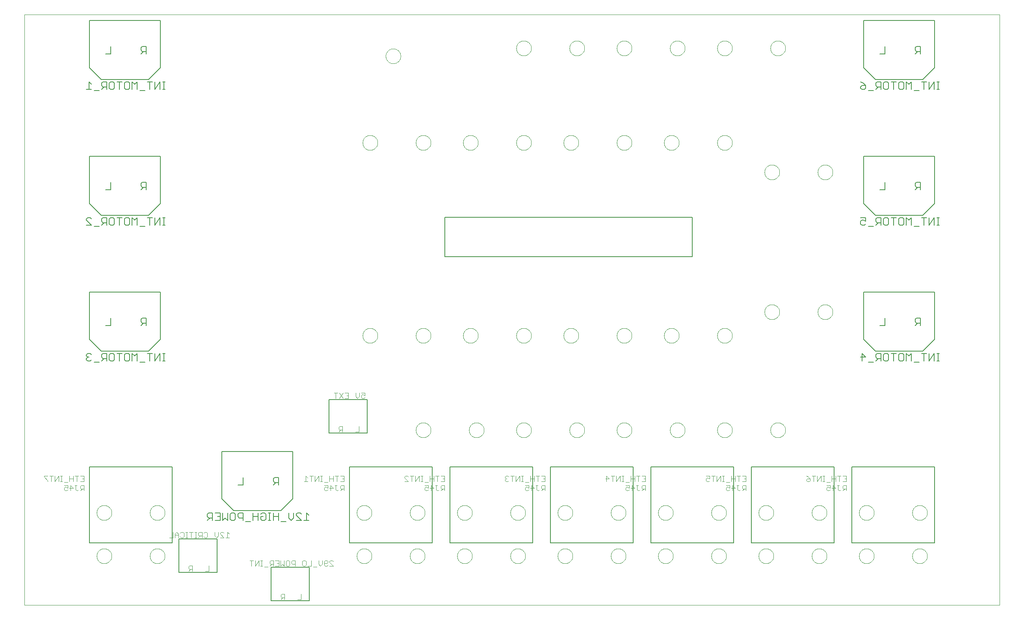
<source format=gbo>
G75*
%MOIN*%
%OFA0B0*%
%FSLAX24Y24*%
%IPPOS*%
%LPD*%
%AMOC8*
5,1,8,0,0,1.08239X$1,22.5*
%
%ADD10C,0.0000*%
%ADD11C,0.0050*%
%ADD12C,0.0040*%
%ADD13C,0.0060*%
D10*
X012418Y004993D02*
X012418Y054993D01*
X094918Y054993D01*
X094918Y004993D01*
X012418Y004993D01*
X018538Y009161D02*
X018540Y009211D01*
X018546Y009261D01*
X018556Y009310D01*
X018570Y009358D01*
X018587Y009405D01*
X018608Y009450D01*
X018633Y009494D01*
X018661Y009535D01*
X018693Y009574D01*
X018727Y009611D01*
X018764Y009645D01*
X018804Y009675D01*
X018846Y009702D01*
X018890Y009726D01*
X018936Y009747D01*
X018983Y009763D01*
X019031Y009776D01*
X019081Y009785D01*
X019130Y009790D01*
X019181Y009791D01*
X019231Y009788D01*
X019280Y009781D01*
X019329Y009770D01*
X019377Y009755D01*
X019423Y009737D01*
X019468Y009715D01*
X019511Y009689D01*
X019552Y009660D01*
X019591Y009628D01*
X019627Y009593D01*
X019659Y009555D01*
X019689Y009515D01*
X019716Y009472D01*
X019739Y009428D01*
X019758Y009382D01*
X019774Y009334D01*
X019786Y009285D01*
X019794Y009236D01*
X019798Y009186D01*
X019798Y009136D01*
X019794Y009086D01*
X019786Y009037D01*
X019774Y008988D01*
X019758Y008940D01*
X019739Y008894D01*
X019716Y008850D01*
X019689Y008807D01*
X019659Y008767D01*
X019627Y008729D01*
X019591Y008694D01*
X019552Y008662D01*
X019511Y008633D01*
X019468Y008607D01*
X019423Y008585D01*
X019377Y008567D01*
X019329Y008552D01*
X019280Y008541D01*
X019231Y008534D01*
X019181Y008531D01*
X019130Y008532D01*
X019081Y008537D01*
X019031Y008546D01*
X018983Y008559D01*
X018936Y008575D01*
X018890Y008596D01*
X018846Y008620D01*
X018804Y008647D01*
X018764Y008677D01*
X018727Y008711D01*
X018693Y008748D01*
X018661Y008787D01*
X018633Y008828D01*
X018608Y008872D01*
X018587Y008917D01*
X018570Y008964D01*
X018556Y009012D01*
X018546Y009061D01*
X018540Y009111D01*
X018538Y009161D01*
X023038Y009161D02*
X023040Y009211D01*
X023046Y009261D01*
X023056Y009310D01*
X023070Y009358D01*
X023087Y009405D01*
X023108Y009450D01*
X023133Y009494D01*
X023161Y009535D01*
X023193Y009574D01*
X023227Y009611D01*
X023264Y009645D01*
X023304Y009675D01*
X023346Y009702D01*
X023390Y009726D01*
X023436Y009747D01*
X023483Y009763D01*
X023531Y009776D01*
X023581Y009785D01*
X023630Y009790D01*
X023681Y009791D01*
X023731Y009788D01*
X023780Y009781D01*
X023829Y009770D01*
X023877Y009755D01*
X023923Y009737D01*
X023968Y009715D01*
X024011Y009689D01*
X024052Y009660D01*
X024091Y009628D01*
X024127Y009593D01*
X024159Y009555D01*
X024189Y009515D01*
X024216Y009472D01*
X024239Y009428D01*
X024258Y009382D01*
X024274Y009334D01*
X024286Y009285D01*
X024294Y009236D01*
X024298Y009186D01*
X024298Y009136D01*
X024294Y009086D01*
X024286Y009037D01*
X024274Y008988D01*
X024258Y008940D01*
X024239Y008894D01*
X024216Y008850D01*
X024189Y008807D01*
X024159Y008767D01*
X024127Y008729D01*
X024091Y008694D01*
X024052Y008662D01*
X024011Y008633D01*
X023968Y008607D01*
X023923Y008585D01*
X023877Y008567D01*
X023829Y008552D01*
X023780Y008541D01*
X023731Y008534D01*
X023681Y008531D01*
X023630Y008532D01*
X023581Y008537D01*
X023531Y008546D01*
X023483Y008559D01*
X023436Y008575D01*
X023390Y008596D01*
X023346Y008620D01*
X023304Y008647D01*
X023264Y008677D01*
X023227Y008711D01*
X023193Y008748D01*
X023161Y008787D01*
X023133Y008828D01*
X023108Y008872D01*
X023087Y008917D01*
X023070Y008964D01*
X023056Y009012D01*
X023046Y009061D01*
X023040Y009111D01*
X023038Y009161D01*
X023038Y012826D02*
X023040Y012876D01*
X023046Y012926D01*
X023056Y012975D01*
X023070Y013023D01*
X023087Y013070D01*
X023108Y013115D01*
X023133Y013159D01*
X023161Y013200D01*
X023193Y013239D01*
X023227Y013276D01*
X023264Y013310D01*
X023304Y013340D01*
X023346Y013367D01*
X023390Y013391D01*
X023436Y013412D01*
X023483Y013428D01*
X023531Y013441D01*
X023581Y013450D01*
X023630Y013455D01*
X023681Y013456D01*
X023731Y013453D01*
X023780Y013446D01*
X023829Y013435D01*
X023877Y013420D01*
X023923Y013402D01*
X023968Y013380D01*
X024011Y013354D01*
X024052Y013325D01*
X024091Y013293D01*
X024127Y013258D01*
X024159Y013220D01*
X024189Y013180D01*
X024216Y013137D01*
X024239Y013093D01*
X024258Y013047D01*
X024274Y012999D01*
X024286Y012950D01*
X024294Y012901D01*
X024298Y012851D01*
X024298Y012801D01*
X024294Y012751D01*
X024286Y012702D01*
X024274Y012653D01*
X024258Y012605D01*
X024239Y012559D01*
X024216Y012515D01*
X024189Y012472D01*
X024159Y012432D01*
X024127Y012394D01*
X024091Y012359D01*
X024052Y012327D01*
X024011Y012298D01*
X023968Y012272D01*
X023923Y012250D01*
X023877Y012232D01*
X023829Y012217D01*
X023780Y012206D01*
X023731Y012199D01*
X023681Y012196D01*
X023630Y012197D01*
X023581Y012202D01*
X023531Y012211D01*
X023483Y012224D01*
X023436Y012240D01*
X023390Y012261D01*
X023346Y012285D01*
X023304Y012312D01*
X023264Y012342D01*
X023227Y012376D01*
X023193Y012413D01*
X023161Y012452D01*
X023133Y012493D01*
X023108Y012537D01*
X023087Y012582D01*
X023070Y012629D01*
X023056Y012677D01*
X023046Y012726D01*
X023040Y012776D01*
X023038Y012826D01*
X018538Y012826D02*
X018540Y012876D01*
X018546Y012926D01*
X018556Y012975D01*
X018570Y013023D01*
X018587Y013070D01*
X018608Y013115D01*
X018633Y013159D01*
X018661Y013200D01*
X018693Y013239D01*
X018727Y013276D01*
X018764Y013310D01*
X018804Y013340D01*
X018846Y013367D01*
X018890Y013391D01*
X018936Y013412D01*
X018983Y013428D01*
X019031Y013441D01*
X019081Y013450D01*
X019130Y013455D01*
X019181Y013456D01*
X019231Y013453D01*
X019280Y013446D01*
X019329Y013435D01*
X019377Y013420D01*
X019423Y013402D01*
X019468Y013380D01*
X019511Y013354D01*
X019552Y013325D01*
X019591Y013293D01*
X019627Y013258D01*
X019659Y013220D01*
X019689Y013180D01*
X019716Y013137D01*
X019739Y013093D01*
X019758Y013047D01*
X019774Y012999D01*
X019786Y012950D01*
X019794Y012901D01*
X019798Y012851D01*
X019798Y012801D01*
X019794Y012751D01*
X019786Y012702D01*
X019774Y012653D01*
X019758Y012605D01*
X019739Y012559D01*
X019716Y012515D01*
X019689Y012472D01*
X019659Y012432D01*
X019627Y012394D01*
X019591Y012359D01*
X019552Y012327D01*
X019511Y012298D01*
X019468Y012272D01*
X019423Y012250D01*
X019377Y012232D01*
X019329Y012217D01*
X019280Y012206D01*
X019231Y012199D01*
X019181Y012196D01*
X019130Y012197D01*
X019081Y012202D01*
X019031Y012211D01*
X018983Y012224D01*
X018936Y012240D01*
X018890Y012261D01*
X018846Y012285D01*
X018804Y012312D01*
X018764Y012342D01*
X018727Y012376D01*
X018693Y012413D01*
X018661Y012452D01*
X018633Y012493D01*
X018608Y012537D01*
X018587Y012582D01*
X018570Y012629D01*
X018556Y012677D01*
X018546Y012726D01*
X018540Y012776D01*
X018538Y012826D01*
X040538Y012826D02*
X040540Y012876D01*
X040546Y012926D01*
X040556Y012975D01*
X040570Y013023D01*
X040587Y013070D01*
X040608Y013115D01*
X040633Y013159D01*
X040661Y013200D01*
X040693Y013239D01*
X040727Y013276D01*
X040764Y013310D01*
X040804Y013340D01*
X040846Y013367D01*
X040890Y013391D01*
X040936Y013412D01*
X040983Y013428D01*
X041031Y013441D01*
X041081Y013450D01*
X041130Y013455D01*
X041181Y013456D01*
X041231Y013453D01*
X041280Y013446D01*
X041329Y013435D01*
X041377Y013420D01*
X041423Y013402D01*
X041468Y013380D01*
X041511Y013354D01*
X041552Y013325D01*
X041591Y013293D01*
X041627Y013258D01*
X041659Y013220D01*
X041689Y013180D01*
X041716Y013137D01*
X041739Y013093D01*
X041758Y013047D01*
X041774Y012999D01*
X041786Y012950D01*
X041794Y012901D01*
X041798Y012851D01*
X041798Y012801D01*
X041794Y012751D01*
X041786Y012702D01*
X041774Y012653D01*
X041758Y012605D01*
X041739Y012559D01*
X041716Y012515D01*
X041689Y012472D01*
X041659Y012432D01*
X041627Y012394D01*
X041591Y012359D01*
X041552Y012327D01*
X041511Y012298D01*
X041468Y012272D01*
X041423Y012250D01*
X041377Y012232D01*
X041329Y012217D01*
X041280Y012206D01*
X041231Y012199D01*
X041181Y012196D01*
X041130Y012197D01*
X041081Y012202D01*
X041031Y012211D01*
X040983Y012224D01*
X040936Y012240D01*
X040890Y012261D01*
X040846Y012285D01*
X040804Y012312D01*
X040764Y012342D01*
X040727Y012376D01*
X040693Y012413D01*
X040661Y012452D01*
X040633Y012493D01*
X040608Y012537D01*
X040587Y012582D01*
X040570Y012629D01*
X040556Y012677D01*
X040546Y012726D01*
X040540Y012776D01*
X040538Y012826D01*
X040538Y009161D02*
X040540Y009211D01*
X040546Y009261D01*
X040556Y009310D01*
X040570Y009358D01*
X040587Y009405D01*
X040608Y009450D01*
X040633Y009494D01*
X040661Y009535D01*
X040693Y009574D01*
X040727Y009611D01*
X040764Y009645D01*
X040804Y009675D01*
X040846Y009702D01*
X040890Y009726D01*
X040936Y009747D01*
X040983Y009763D01*
X041031Y009776D01*
X041081Y009785D01*
X041130Y009790D01*
X041181Y009791D01*
X041231Y009788D01*
X041280Y009781D01*
X041329Y009770D01*
X041377Y009755D01*
X041423Y009737D01*
X041468Y009715D01*
X041511Y009689D01*
X041552Y009660D01*
X041591Y009628D01*
X041627Y009593D01*
X041659Y009555D01*
X041689Y009515D01*
X041716Y009472D01*
X041739Y009428D01*
X041758Y009382D01*
X041774Y009334D01*
X041786Y009285D01*
X041794Y009236D01*
X041798Y009186D01*
X041798Y009136D01*
X041794Y009086D01*
X041786Y009037D01*
X041774Y008988D01*
X041758Y008940D01*
X041739Y008894D01*
X041716Y008850D01*
X041689Y008807D01*
X041659Y008767D01*
X041627Y008729D01*
X041591Y008694D01*
X041552Y008662D01*
X041511Y008633D01*
X041468Y008607D01*
X041423Y008585D01*
X041377Y008567D01*
X041329Y008552D01*
X041280Y008541D01*
X041231Y008534D01*
X041181Y008531D01*
X041130Y008532D01*
X041081Y008537D01*
X041031Y008546D01*
X040983Y008559D01*
X040936Y008575D01*
X040890Y008596D01*
X040846Y008620D01*
X040804Y008647D01*
X040764Y008677D01*
X040727Y008711D01*
X040693Y008748D01*
X040661Y008787D01*
X040633Y008828D01*
X040608Y008872D01*
X040587Y008917D01*
X040570Y008964D01*
X040556Y009012D01*
X040546Y009061D01*
X040540Y009111D01*
X040538Y009161D01*
X045038Y009161D02*
X045040Y009211D01*
X045046Y009261D01*
X045056Y009310D01*
X045070Y009358D01*
X045087Y009405D01*
X045108Y009450D01*
X045133Y009494D01*
X045161Y009535D01*
X045193Y009574D01*
X045227Y009611D01*
X045264Y009645D01*
X045304Y009675D01*
X045346Y009702D01*
X045390Y009726D01*
X045436Y009747D01*
X045483Y009763D01*
X045531Y009776D01*
X045581Y009785D01*
X045630Y009790D01*
X045681Y009791D01*
X045731Y009788D01*
X045780Y009781D01*
X045829Y009770D01*
X045877Y009755D01*
X045923Y009737D01*
X045968Y009715D01*
X046011Y009689D01*
X046052Y009660D01*
X046091Y009628D01*
X046127Y009593D01*
X046159Y009555D01*
X046189Y009515D01*
X046216Y009472D01*
X046239Y009428D01*
X046258Y009382D01*
X046274Y009334D01*
X046286Y009285D01*
X046294Y009236D01*
X046298Y009186D01*
X046298Y009136D01*
X046294Y009086D01*
X046286Y009037D01*
X046274Y008988D01*
X046258Y008940D01*
X046239Y008894D01*
X046216Y008850D01*
X046189Y008807D01*
X046159Y008767D01*
X046127Y008729D01*
X046091Y008694D01*
X046052Y008662D01*
X046011Y008633D01*
X045968Y008607D01*
X045923Y008585D01*
X045877Y008567D01*
X045829Y008552D01*
X045780Y008541D01*
X045731Y008534D01*
X045681Y008531D01*
X045630Y008532D01*
X045581Y008537D01*
X045531Y008546D01*
X045483Y008559D01*
X045436Y008575D01*
X045390Y008596D01*
X045346Y008620D01*
X045304Y008647D01*
X045264Y008677D01*
X045227Y008711D01*
X045193Y008748D01*
X045161Y008787D01*
X045133Y008828D01*
X045108Y008872D01*
X045087Y008917D01*
X045070Y008964D01*
X045056Y009012D01*
X045046Y009061D01*
X045040Y009111D01*
X045038Y009161D01*
X049038Y009161D02*
X049040Y009211D01*
X049046Y009261D01*
X049056Y009310D01*
X049070Y009358D01*
X049087Y009405D01*
X049108Y009450D01*
X049133Y009494D01*
X049161Y009535D01*
X049193Y009574D01*
X049227Y009611D01*
X049264Y009645D01*
X049304Y009675D01*
X049346Y009702D01*
X049390Y009726D01*
X049436Y009747D01*
X049483Y009763D01*
X049531Y009776D01*
X049581Y009785D01*
X049630Y009790D01*
X049681Y009791D01*
X049731Y009788D01*
X049780Y009781D01*
X049829Y009770D01*
X049877Y009755D01*
X049923Y009737D01*
X049968Y009715D01*
X050011Y009689D01*
X050052Y009660D01*
X050091Y009628D01*
X050127Y009593D01*
X050159Y009555D01*
X050189Y009515D01*
X050216Y009472D01*
X050239Y009428D01*
X050258Y009382D01*
X050274Y009334D01*
X050286Y009285D01*
X050294Y009236D01*
X050298Y009186D01*
X050298Y009136D01*
X050294Y009086D01*
X050286Y009037D01*
X050274Y008988D01*
X050258Y008940D01*
X050239Y008894D01*
X050216Y008850D01*
X050189Y008807D01*
X050159Y008767D01*
X050127Y008729D01*
X050091Y008694D01*
X050052Y008662D01*
X050011Y008633D01*
X049968Y008607D01*
X049923Y008585D01*
X049877Y008567D01*
X049829Y008552D01*
X049780Y008541D01*
X049731Y008534D01*
X049681Y008531D01*
X049630Y008532D01*
X049581Y008537D01*
X049531Y008546D01*
X049483Y008559D01*
X049436Y008575D01*
X049390Y008596D01*
X049346Y008620D01*
X049304Y008647D01*
X049264Y008677D01*
X049227Y008711D01*
X049193Y008748D01*
X049161Y008787D01*
X049133Y008828D01*
X049108Y008872D01*
X049087Y008917D01*
X049070Y008964D01*
X049056Y009012D01*
X049046Y009061D01*
X049040Y009111D01*
X049038Y009161D01*
X053538Y009161D02*
X053540Y009211D01*
X053546Y009261D01*
X053556Y009310D01*
X053570Y009358D01*
X053587Y009405D01*
X053608Y009450D01*
X053633Y009494D01*
X053661Y009535D01*
X053693Y009574D01*
X053727Y009611D01*
X053764Y009645D01*
X053804Y009675D01*
X053846Y009702D01*
X053890Y009726D01*
X053936Y009747D01*
X053983Y009763D01*
X054031Y009776D01*
X054081Y009785D01*
X054130Y009790D01*
X054181Y009791D01*
X054231Y009788D01*
X054280Y009781D01*
X054329Y009770D01*
X054377Y009755D01*
X054423Y009737D01*
X054468Y009715D01*
X054511Y009689D01*
X054552Y009660D01*
X054591Y009628D01*
X054627Y009593D01*
X054659Y009555D01*
X054689Y009515D01*
X054716Y009472D01*
X054739Y009428D01*
X054758Y009382D01*
X054774Y009334D01*
X054786Y009285D01*
X054794Y009236D01*
X054798Y009186D01*
X054798Y009136D01*
X054794Y009086D01*
X054786Y009037D01*
X054774Y008988D01*
X054758Y008940D01*
X054739Y008894D01*
X054716Y008850D01*
X054689Y008807D01*
X054659Y008767D01*
X054627Y008729D01*
X054591Y008694D01*
X054552Y008662D01*
X054511Y008633D01*
X054468Y008607D01*
X054423Y008585D01*
X054377Y008567D01*
X054329Y008552D01*
X054280Y008541D01*
X054231Y008534D01*
X054181Y008531D01*
X054130Y008532D01*
X054081Y008537D01*
X054031Y008546D01*
X053983Y008559D01*
X053936Y008575D01*
X053890Y008596D01*
X053846Y008620D01*
X053804Y008647D01*
X053764Y008677D01*
X053727Y008711D01*
X053693Y008748D01*
X053661Y008787D01*
X053633Y008828D01*
X053608Y008872D01*
X053587Y008917D01*
X053570Y008964D01*
X053556Y009012D01*
X053546Y009061D01*
X053540Y009111D01*
X053538Y009161D01*
X057538Y009161D02*
X057540Y009211D01*
X057546Y009261D01*
X057556Y009310D01*
X057570Y009358D01*
X057587Y009405D01*
X057608Y009450D01*
X057633Y009494D01*
X057661Y009535D01*
X057693Y009574D01*
X057727Y009611D01*
X057764Y009645D01*
X057804Y009675D01*
X057846Y009702D01*
X057890Y009726D01*
X057936Y009747D01*
X057983Y009763D01*
X058031Y009776D01*
X058081Y009785D01*
X058130Y009790D01*
X058181Y009791D01*
X058231Y009788D01*
X058280Y009781D01*
X058329Y009770D01*
X058377Y009755D01*
X058423Y009737D01*
X058468Y009715D01*
X058511Y009689D01*
X058552Y009660D01*
X058591Y009628D01*
X058627Y009593D01*
X058659Y009555D01*
X058689Y009515D01*
X058716Y009472D01*
X058739Y009428D01*
X058758Y009382D01*
X058774Y009334D01*
X058786Y009285D01*
X058794Y009236D01*
X058798Y009186D01*
X058798Y009136D01*
X058794Y009086D01*
X058786Y009037D01*
X058774Y008988D01*
X058758Y008940D01*
X058739Y008894D01*
X058716Y008850D01*
X058689Y008807D01*
X058659Y008767D01*
X058627Y008729D01*
X058591Y008694D01*
X058552Y008662D01*
X058511Y008633D01*
X058468Y008607D01*
X058423Y008585D01*
X058377Y008567D01*
X058329Y008552D01*
X058280Y008541D01*
X058231Y008534D01*
X058181Y008531D01*
X058130Y008532D01*
X058081Y008537D01*
X058031Y008546D01*
X057983Y008559D01*
X057936Y008575D01*
X057890Y008596D01*
X057846Y008620D01*
X057804Y008647D01*
X057764Y008677D01*
X057727Y008711D01*
X057693Y008748D01*
X057661Y008787D01*
X057633Y008828D01*
X057608Y008872D01*
X057587Y008917D01*
X057570Y008964D01*
X057556Y009012D01*
X057546Y009061D01*
X057540Y009111D01*
X057538Y009161D01*
X062038Y009161D02*
X062040Y009211D01*
X062046Y009261D01*
X062056Y009310D01*
X062070Y009358D01*
X062087Y009405D01*
X062108Y009450D01*
X062133Y009494D01*
X062161Y009535D01*
X062193Y009574D01*
X062227Y009611D01*
X062264Y009645D01*
X062304Y009675D01*
X062346Y009702D01*
X062390Y009726D01*
X062436Y009747D01*
X062483Y009763D01*
X062531Y009776D01*
X062581Y009785D01*
X062630Y009790D01*
X062681Y009791D01*
X062731Y009788D01*
X062780Y009781D01*
X062829Y009770D01*
X062877Y009755D01*
X062923Y009737D01*
X062968Y009715D01*
X063011Y009689D01*
X063052Y009660D01*
X063091Y009628D01*
X063127Y009593D01*
X063159Y009555D01*
X063189Y009515D01*
X063216Y009472D01*
X063239Y009428D01*
X063258Y009382D01*
X063274Y009334D01*
X063286Y009285D01*
X063294Y009236D01*
X063298Y009186D01*
X063298Y009136D01*
X063294Y009086D01*
X063286Y009037D01*
X063274Y008988D01*
X063258Y008940D01*
X063239Y008894D01*
X063216Y008850D01*
X063189Y008807D01*
X063159Y008767D01*
X063127Y008729D01*
X063091Y008694D01*
X063052Y008662D01*
X063011Y008633D01*
X062968Y008607D01*
X062923Y008585D01*
X062877Y008567D01*
X062829Y008552D01*
X062780Y008541D01*
X062731Y008534D01*
X062681Y008531D01*
X062630Y008532D01*
X062581Y008537D01*
X062531Y008546D01*
X062483Y008559D01*
X062436Y008575D01*
X062390Y008596D01*
X062346Y008620D01*
X062304Y008647D01*
X062264Y008677D01*
X062227Y008711D01*
X062193Y008748D01*
X062161Y008787D01*
X062133Y008828D01*
X062108Y008872D01*
X062087Y008917D01*
X062070Y008964D01*
X062056Y009012D01*
X062046Y009061D01*
X062040Y009111D01*
X062038Y009161D01*
X066038Y009161D02*
X066040Y009211D01*
X066046Y009261D01*
X066056Y009310D01*
X066070Y009358D01*
X066087Y009405D01*
X066108Y009450D01*
X066133Y009494D01*
X066161Y009535D01*
X066193Y009574D01*
X066227Y009611D01*
X066264Y009645D01*
X066304Y009675D01*
X066346Y009702D01*
X066390Y009726D01*
X066436Y009747D01*
X066483Y009763D01*
X066531Y009776D01*
X066581Y009785D01*
X066630Y009790D01*
X066681Y009791D01*
X066731Y009788D01*
X066780Y009781D01*
X066829Y009770D01*
X066877Y009755D01*
X066923Y009737D01*
X066968Y009715D01*
X067011Y009689D01*
X067052Y009660D01*
X067091Y009628D01*
X067127Y009593D01*
X067159Y009555D01*
X067189Y009515D01*
X067216Y009472D01*
X067239Y009428D01*
X067258Y009382D01*
X067274Y009334D01*
X067286Y009285D01*
X067294Y009236D01*
X067298Y009186D01*
X067298Y009136D01*
X067294Y009086D01*
X067286Y009037D01*
X067274Y008988D01*
X067258Y008940D01*
X067239Y008894D01*
X067216Y008850D01*
X067189Y008807D01*
X067159Y008767D01*
X067127Y008729D01*
X067091Y008694D01*
X067052Y008662D01*
X067011Y008633D01*
X066968Y008607D01*
X066923Y008585D01*
X066877Y008567D01*
X066829Y008552D01*
X066780Y008541D01*
X066731Y008534D01*
X066681Y008531D01*
X066630Y008532D01*
X066581Y008537D01*
X066531Y008546D01*
X066483Y008559D01*
X066436Y008575D01*
X066390Y008596D01*
X066346Y008620D01*
X066304Y008647D01*
X066264Y008677D01*
X066227Y008711D01*
X066193Y008748D01*
X066161Y008787D01*
X066133Y008828D01*
X066108Y008872D01*
X066087Y008917D01*
X066070Y008964D01*
X066056Y009012D01*
X066046Y009061D01*
X066040Y009111D01*
X066038Y009161D01*
X070538Y009161D02*
X070540Y009211D01*
X070546Y009261D01*
X070556Y009310D01*
X070570Y009358D01*
X070587Y009405D01*
X070608Y009450D01*
X070633Y009494D01*
X070661Y009535D01*
X070693Y009574D01*
X070727Y009611D01*
X070764Y009645D01*
X070804Y009675D01*
X070846Y009702D01*
X070890Y009726D01*
X070936Y009747D01*
X070983Y009763D01*
X071031Y009776D01*
X071081Y009785D01*
X071130Y009790D01*
X071181Y009791D01*
X071231Y009788D01*
X071280Y009781D01*
X071329Y009770D01*
X071377Y009755D01*
X071423Y009737D01*
X071468Y009715D01*
X071511Y009689D01*
X071552Y009660D01*
X071591Y009628D01*
X071627Y009593D01*
X071659Y009555D01*
X071689Y009515D01*
X071716Y009472D01*
X071739Y009428D01*
X071758Y009382D01*
X071774Y009334D01*
X071786Y009285D01*
X071794Y009236D01*
X071798Y009186D01*
X071798Y009136D01*
X071794Y009086D01*
X071786Y009037D01*
X071774Y008988D01*
X071758Y008940D01*
X071739Y008894D01*
X071716Y008850D01*
X071689Y008807D01*
X071659Y008767D01*
X071627Y008729D01*
X071591Y008694D01*
X071552Y008662D01*
X071511Y008633D01*
X071468Y008607D01*
X071423Y008585D01*
X071377Y008567D01*
X071329Y008552D01*
X071280Y008541D01*
X071231Y008534D01*
X071181Y008531D01*
X071130Y008532D01*
X071081Y008537D01*
X071031Y008546D01*
X070983Y008559D01*
X070936Y008575D01*
X070890Y008596D01*
X070846Y008620D01*
X070804Y008647D01*
X070764Y008677D01*
X070727Y008711D01*
X070693Y008748D01*
X070661Y008787D01*
X070633Y008828D01*
X070608Y008872D01*
X070587Y008917D01*
X070570Y008964D01*
X070556Y009012D01*
X070546Y009061D01*
X070540Y009111D01*
X070538Y009161D01*
X074538Y009161D02*
X074540Y009211D01*
X074546Y009261D01*
X074556Y009310D01*
X074570Y009358D01*
X074587Y009405D01*
X074608Y009450D01*
X074633Y009494D01*
X074661Y009535D01*
X074693Y009574D01*
X074727Y009611D01*
X074764Y009645D01*
X074804Y009675D01*
X074846Y009702D01*
X074890Y009726D01*
X074936Y009747D01*
X074983Y009763D01*
X075031Y009776D01*
X075081Y009785D01*
X075130Y009790D01*
X075181Y009791D01*
X075231Y009788D01*
X075280Y009781D01*
X075329Y009770D01*
X075377Y009755D01*
X075423Y009737D01*
X075468Y009715D01*
X075511Y009689D01*
X075552Y009660D01*
X075591Y009628D01*
X075627Y009593D01*
X075659Y009555D01*
X075689Y009515D01*
X075716Y009472D01*
X075739Y009428D01*
X075758Y009382D01*
X075774Y009334D01*
X075786Y009285D01*
X075794Y009236D01*
X075798Y009186D01*
X075798Y009136D01*
X075794Y009086D01*
X075786Y009037D01*
X075774Y008988D01*
X075758Y008940D01*
X075739Y008894D01*
X075716Y008850D01*
X075689Y008807D01*
X075659Y008767D01*
X075627Y008729D01*
X075591Y008694D01*
X075552Y008662D01*
X075511Y008633D01*
X075468Y008607D01*
X075423Y008585D01*
X075377Y008567D01*
X075329Y008552D01*
X075280Y008541D01*
X075231Y008534D01*
X075181Y008531D01*
X075130Y008532D01*
X075081Y008537D01*
X075031Y008546D01*
X074983Y008559D01*
X074936Y008575D01*
X074890Y008596D01*
X074846Y008620D01*
X074804Y008647D01*
X074764Y008677D01*
X074727Y008711D01*
X074693Y008748D01*
X074661Y008787D01*
X074633Y008828D01*
X074608Y008872D01*
X074587Y008917D01*
X074570Y008964D01*
X074556Y009012D01*
X074546Y009061D01*
X074540Y009111D01*
X074538Y009161D01*
X079038Y009161D02*
X079040Y009211D01*
X079046Y009261D01*
X079056Y009310D01*
X079070Y009358D01*
X079087Y009405D01*
X079108Y009450D01*
X079133Y009494D01*
X079161Y009535D01*
X079193Y009574D01*
X079227Y009611D01*
X079264Y009645D01*
X079304Y009675D01*
X079346Y009702D01*
X079390Y009726D01*
X079436Y009747D01*
X079483Y009763D01*
X079531Y009776D01*
X079581Y009785D01*
X079630Y009790D01*
X079681Y009791D01*
X079731Y009788D01*
X079780Y009781D01*
X079829Y009770D01*
X079877Y009755D01*
X079923Y009737D01*
X079968Y009715D01*
X080011Y009689D01*
X080052Y009660D01*
X080091Y009628D01*
X080127Y009593D01*
X080159Y009555D01*
X080189Y009515D01*
X080216Y009472D01*
X080239Y009428D01*
X080258Y009382D01*
X080274Y009334D01*
X080286Y009285D01*
X080294Y009236D01*
X080298Y009186D01*
X080298Y009136D01*
X080294Y009086D01*
X080286Y009037D01*
X080274Y008988D01*
X080258Y008940D01*
X080239Y008894D01*
X080216Y008850D01*
X080189Y008807D01*
X080159Y008767D01*
X080127Y008729D01*
X080091Y008694D01*
X080052Y008662D01*
X080011Y008633D01*
X079968Y008607D01*
X079923Y008585D01*
X079877Y008567D01*
X079829Y008552D01*
X079780Y008541D01*
X079731Y008534D01*
X079681Y008531D01*
X079630Y008532D01*
X079581Y008537D01*
X079531Y008546D01*
X079483Y008559D01*
X079436Y008575D01*
X079390Y008596D01*
X079346Y008620D01*
X079304Y008647D01*
X079264Y008677D01*
X079227Y008711D01*
X079193Y008748D01*
X079161Y008787D01*
X079133Y008828D01*
X079108Y008872D01*
X079087Y008917D01*
X079070Y008964D01*
X079056Y009012D01*
X079046Y009061D01*
X079040Y009111D01*
X079038Y009161D01*
X083038Y009161D02*
X083040Y009211D01*
X083046Y009261D01*
X083056Y009310D01*
X083070Y009358D01*
X083087Y009405D01*
X083108Y009450D01*
X083133Y009494D01*
X083161Y009535D01*
X083193Y009574D01*
X083227Y009611D01*
X083264Y009645D01*
X083304Y009675D01*
X083346Y009702D01*
X083390Y009726D01*
X083436Y009747D01*
X083483Y009763D01*
X083531Y009776D01*
X083581Y009785D01*
X083630Y009790D01*
X083681Y009791D01*
X083731Y009788D01*
X083780Y009781D01*
X083829Y009770D01*
X083877Y009755D01*
X083923Y009737D01*
X083968Y009715D01*
X084011Y009689D01*
X084052Y009660D01*
X084091Y009628D01*
X084127Y009593D01*
X084159Y009555D01*
X084189Y009515D01*
X084216Y009472D01*
X084239Y009428D01*
X084258Y009382D01*
X084274Y009334D01*
X084286Y009285D01*
X084294Y009236D01*
X084298Y009186D01*
X084298Y009136D01*
X084294Y009086D01*
X084286Y009037D01*
X084274Y008988D01*
X084258Y008940D01*
X084239Y008894D01*
X084216Y008850D01*
X084189Y008807D01*
X084159Y008767D01*
X084127Y008729D01*
X084091Y008694D01*
X084052Y008662D01*
X084011Y008633D01*
X083968Y008607D01*
X083923Y008585D01*
X083877Y008567D01*
X083829Y008552D01*
X083780Y008541D01*
X083731Y008534D01*
X083681Y008531D01*
X083630Y008532D01*
X083581Y008537D01*
X083531Y008546D01*
X083483Y008559D01*
X083436Y008575D01*
X083390Y008596D01*
X083346Y008620D01*
X083304Y008647D01*
X083264Y008677D01*
X083227Y008711D01*
X083193Y008748D01*
X083161Y008787D01*
X083133Y008828D01*
X083108Y008872D01*
X083087Y008917D01*
X083070Y008964D01*
X083056Y009012D01*
X083046Y009061D01*
X083040Y009111D01*
X083038Y009161D01*
X087538Y009161D02*
X087540Y009211D01*
X087546Y009261D01*
X087556Y009310D01*
X087570Y009358D01*
X087587Y009405D01*
X087608Y009450D01*
X087633Y009494D01*
X087661Y009535D01*
X087693Y009574D01*
X087727Y009611D01*
X087764Y009645D01*
X087804Y009675D01*
X087846Y009702D01*
X087890Y009726D01*
X087936Y009747D01*
X087983Y009763D01*
X088031Y009776D01*
X088081Y009785D01*
X088130Y009790D01*
X088181Y009791D01*
X088231Y009788D01*
X088280Y009781D01*
X088329Y009770D01*
X088377Y009755D01*
X088423Y009737D01*
X088468Y009715D01*
X088511Y009689D01*
X088552Y009660D01*
X088591Y009628D01*
X088627Y009593D01*
X088659Y009555D01*
X088689Y009515D01*
X088716Y009472D01*
X088739Y009428D01*
X088758Y009382D01*
X088774Y009334D01*
X088786Y009285D01*
X088794Y009236D01*
X088798Y009186D01*
X088798Y009136D01*
X088794Y009086D01*
X088786Y009037D01*
X088774Y008988D01*
X088758Y008940D01*
X088739Y008894D01*
X088716Y008850D01*
X088689Y008807D01*
X088659Y008767D01*
X088627Y008729D01*
X088591Y008694D01*
X088552Y008662D01*
X088511Y008633D01*
X088468Y008607D01*
X088423Y008585D01*
X088377Y008567D01*
X088329Y008552D01*
X088280Y008541D01*
X088231Y008534D01*
X088181Y008531D01*
X088130Y008532D01*
X088081Y008537D01*
X088031Y008546D01*
X087983Y008559D01*
X087936Y008575D01*
X087890Y008596D01*
X087846Y008620D01*
X087804Y008647D01*
X087764Y008677D01*
X087727Y008711D01*
X087693Y008748D01*
X087661Y008787D01*
X087633Y008828D01*
X087608Y008872D01*
X087587Y008917D01*
X087570Y008964D01*
X087556Y009012D01*
X087546Y009061D01*
X087540Y009111D01*
X087538Y009161D01*
X087538Y012826D02*
X087540Y012876D01*
X087546Y012926D01*
X087556Y012975D01*
X087570Y013023D01*
X087587Y013070D01*
X087608Y013115D01*
X087633Y013159D01*
X087661Y013200D01*
X087693Y013239D01*
X087727Y013276D01*
X087764Y013310D01*
X087804Y013340D01*
X087846Y013367D01*
X087890Y013391D01*
X087936Y013412D01*
X087983Y013428D01*
X088031Y013441D01*
X088081Y013450D01*
X088130Y013455D01*
X088181Y013456D01*
X088231Y013453D01*
X088280Y013446D01*
X088329Y013435D01*
X088377Y013420D01*
X088423Y013402D01*
X088468Y013380D01*
X088511Y013354D01*
X088552Y013325D01*
X088591Y013293D01*
X088627Y013258D01*
X088659Y013220D01*
X088689Y013180D01*
X088716Y013137D01*
X088739Y013093D01*
X088758Y013047D01*
X088774Y012999D01*
X088786Y012950D01*
X088794Y012901D01*
X088798Y012851D01*
X088798Y012801D01*
X088794Y012751D01*
X088786Y012702D01*
X088774Y012653D01*
X088758Y012605D01*
X088739Y012559D01*
X088716Y012515D01*
X088689Y012472D01*
X088659Y012432D01*
X088627Y012394D01*
X088591Y012359D01*
X088552Y012327D01*
X088511Y012298D01*
X088468Y012272D01*
X088423Y012250D01*
X088377Y012232D01*
X088329Y012217D01*
X088280Y012206D01*
X088231Y012199D01*
X088181Y012196D01*
X088130Y012197D01*
X088081Y012202D01*
X088031Y012211D01*
X087983Y012224D01*
X087936Y012240D01*
X087890Y012261D01*
X087846Y012285D01*
X087804Y012312D01*
X087764Y012342D01*
X087727Y012376D01*
X087693Y012413D01*
X087661Y012452D01*
X087633Y012493D01*
X087608Y012537D01*
X087587Y012582D01*
X087570Y012629D01*
X087556Y012677D01*
X087546Y012726D01*
X087540Y012776D01*
X087538Y012826D01*
X083038Y012826D02*
X083040Y012876D01*
X083046Y012926D01*
X083056Y012975D01*
X083070Y013023D01*
X083087Y013070D01*
X083108Y013115D01*
X083133Y013159D01*
X083161Y013200D01*
X083193Y013239D01*
X083227Y013276D01*
X083264Y013310D01*
X083304Y013340D01*
X083346Y013367D01*
X083390Y013391D01*
X083436Y013412D01*
X083483Y013428D01*
X083531Y013441D01*
X083581Y013450D01*
X083630Y013455D01*
X083681Y013456D01*
X083731Y013453D01*
X083780Y013446D01*
X083829Y013435D01*
X083877Y013420D01*
X083923Y013402D01*
X083968Y013380D01*
X084011Y013354D01*
X084052Y013325D01*
X084091Y013293D01*
X084127Y013258D01*
X084159Y013220D01*
X084189Y013180D01*
X084216Y013137D01*
X084239Y013093D01*
X084258Y013047D01*
X084274Y012999D01*
X084286Y012950D01*
X084294Y012901D01*
X084298Y012851D01*
X084298Y012801D01*
X084294Y012751D01*
X084286Y012702D01*
X084274Y012653D01*
X084258Y012605D01*
X084239Y012559D01*
X084216Y012515D01*
X084189Y012472D01*
X084159Y012432D01*
X084127Y012394D01*
X084091Y012359D01*
X084052Y012327D01*
X084011Y012298D01*
X083968Y012272D01*
X083923Y012250D01*
X083877Y012232D01*
X083829Y012217D01*
X083780Y012206D01*
X083731Y012199D01*
X083681Y012196D01*
X083630Y012197D01*
X083581Y012202D01*
X083531Y012211D01*
X083483Y012224D01*
X083436Y012240D01*
X083390Y012261D01*
X083346Y012285D01*
X083304Y012312D01*
X083264Y012342D01*
X083227Y012376D01*
X083193Y012413D01*
X083161Y012452D01*
X083133Y012493D01*
X083108Y012537D01*
X083087Y012582D01*
X083070Y012629D01*
X083056Y012677D01*
X083046Y012726D01*
X083040Y012776D01*
X083038Y012826D01*
X079038Y012826D02*
X079040Y012876D01*
X079046Y012926D01*
X079056Y012975D01*
X079070Y013023D01*
X079087Y013070D01*
X079108Y013115D01*
X079133Y013159D01*
X079161Y013200D01*
X079193Y013239D01*
X079227Y013276D01*
X079264Y013310D01*
X079304Y013340D01*
X079346Y013367D01*
X079390Y013391D01*
X079436Y013412D01*
X079483Y013428D01*
X079531Y013441D01*
X079581Y013450D01*
X079630Y013455D01*
X079681Y013456D01*
X079731Y013453D01*
X079780Y013446D01*
X079829Y013435D01*
X079877Y013420D01*
X079923Y013402D01*
X079968Y013380D01*
X080011Y013354D01*
X080052Y013325D01*
X080091Y013293D01*
X080127Y013258D01*
X080159Y013220D01*
X080189Y013180D01*
X080216Y013137D01*
X080239Y013093D01*
X080258Y013047D01*
X080274Y012999D01*
X080286Y012950D01*
X080294Y012901D01*
X080298Y012851D01*
X080298Y012801D01*
X080294Y012751D01*
X080286Y012702D01*
X080274Y012653D01*
X080258Y012605D01*
X080239Y012559D01*
X080216Y012515D01*
X080189Y012472D01*
X080159Y012432D01*
X080127Y012394D01*
X080091Y012359D01*
X080052Y012327D01*
X080011Y012298D01*
X079968Y012272D01*
X079923Y012250D01*
X079877Y012232D01*
X079829Y012217D01*
X079780Y012206D01*
X079731Y012199D01*
X079681Y012196D01*
X079630Y012197D01*
X079581Y012202D01*
X079531Y012211D01*
X079483Y012224D01*
X079436Y012240D01*
X079390Y012261D01*
X079346Y012285D01*
X079304Y012312D01*
X079264Y012342D01*
X079227Y012376D01*
X079193Y012413D01*
X079161Y012452D01*
X079133Y012493D01*
X079108Y012537D01*
X079087Y012582D01*
X079070Y012629D01*
X079056Y012677D01*
X079046Y012726D01*
X079040Y012776D01*
X079038Y012826D01*
X074538Y012826D02*
X074540Y012876D01*
X074546Y012926D01*
X074556Y012975D01*
X074570Y013023D01*
X074587Y013070D01*
X074608Y013115D01*
X074633Y013159D01*
X074661Y013200D01*
X074693Y013239D01*
X074727Y013276D01*
X074764Y013310D01*
X074804Y013340D01*
X074846Y013367D01*
X074890Y013391D01*
X074936Y013412D01*
X074983Y013428D01*
X075031Y013441D01*
X075081Y013450D01*
X075130Y013455D01*
X075181Y013456D01*
X075231Y013453D01*
X075280Y013446D01*
X075329Y013435D01*
X075377Y013420D01*
X075423Y013402D01*
X075468Y013380D01*
X075511Y013354D01*
X075552Y013325D01*
X075591Y013293D01*
X075627Y013258D01*
X075659Y013220D01*
X075689Y013180D01*
X075716Y013137D01*
X075739Y013093D01*
X075758Y013047D01*
X075774Y012999D01*
X075786Y012950D01*
X075794Y012901D01*
X075798Y012851D01*
X075798Y012801D01*
X075794Y012751D01*
X075786Y012702D01*
X075774Y012653D01*
X075758Y012605D01*
X075739Y012559D01*
X075716Y012515D01*
X075689Y012472D01*
X075659Y012432D01*
X075627Y012394D01*
X075591Y012359D01*
X075552Y012327D01*
X075511Y012298D01*
X075468Y012272D01*
X075423Y012250D01*
X075377Y012232D01*
X075329Y012217D01*
X075280Y012206D01*
X075231Y012199D01*
X075181Y012196D01*
X075130Y012197D01*
X075081Y012202D01*
X075031Y012211D01*
X074983Y012224D01*
X074936Y012240D01*
X074890Y012261D01*
X074846Y012285D01*
X074804Y012312D01*
X074764Y012342D01*
X074727Y012376D01*
X074693Y012413D01*
X074661Y012452D01*
X074633Y012493D01*
X074608Y012537D01*
X074587Y012582D01*
X074570Y012629D01*
X074556Y012677D01*
X074546Y012726D01*
X074540Y012776D01*
X074538Y012826D01*
X070538Y012826D02*
X070540Y012876D01*
X070546Y012926D01*
X070556Y012975D01*
X070570Y013023D01*
X070587Y013070D01*
X070608Y013115D01*
X070633Y013159D01*
X070661Y013200D01*
X070693Y013239D01*
X070727Y013276D01*
X070764Y013310D01*
X070804Y013340D01*
X070846Y013367D01*
X070890Y013391D01*
X070936Y013412D01*
X070983Y013428D01*
X071031Y013441D01*
X071081Y013450D01*
X071130Y013455D01*
X071181Y013456D01*
X071231Y013453D01*
X071280Y013446D01*
X071329Y013435D01*
X071377Y013420D01*
X071423Y013402D01*
X071468Y013380D01*
X071511Y013354D01*
X071552Y013325D01*
X071591Y013293D01*
X071627Y013258D01*
X071659Y013220D01*
X071689Y013180D01*
X071716Y013137D01*
X071739Y013093D01*
X071758Y013047D01*
X071774Y012999D01*
X071786Y012950D01*
X071794Y012901D01*
X071798Y012851D01*
X071798Y012801D01*
X071794Y012751D01*
X071786Y012702D01*
X071774Y012653D01*
X071758Y012605D01*
X071739Y012559D01*
X071716Y012515D01*
X071689Y012472D01*
X071659Y012432D01*
X071627Y012394D01*
X071591Y012359D01*
X071552Y012327D01*
X071511Y012298D01*
X071468Y012272D01*
X071423Y012250D01*
X071377Y012232D01*
X071329Y012217D01*
X071280Y012206D01*
X071231Y012199D01*
X071181Y012196D01*
X071130Y012197D01*
X071081Y012202D01*
X071031Y012211D01*
X070983Y012224D01*
X070936Y012240D01*
X070890Y012261D01*
X070846Y012285D01*
X070804Y012312D01*
X070764Y012342D01*
X070727Y012376D01*
X070693Y012413D01*
X070661Y012452D01*
X070633Y012493D01*
X070608Y012537D01*
X070587Y012582D01*
X070570Y012629D01*
X070556Y012677D01*
X070546Y012726D01*
X070540Y012776D01*
X070538Y012826D01*
X066038Y012826D02*
X066040Y012876D01*
X066046Y012926D01*
X066056Y012975D01*
X066070Y013023D01*
X066087Y013070D01*
X066108Y013115D01*
X066133Y013159D01*
X066161Y013200D01*
X066193Y013239D01*
X066227Y013276D01*
X066264Y013310D01*
X066304Y013340D01*
X066346Y013367D01*
X066390Y013391D01*
X066436Y013412D01*
X066483Y013428D01*
X066531Y013441D01*
X066581Y013450D01*
X066630Y013455D01*
X066681Y013456D01*
X066731Y013453D01*
X066780Y013446D01*
X066829Y013435D01*
X066877Y013420D01*
X066923Y013402D01*
X066968Y013380D01*
X067011Y013354D01*
X067052Y013325D01*
X067091Y013293D01*
X067127Y013258D01*
X067159Y013220D01*
X067189Y013180D01*
X067216Y013137D01*
X067239Y013093D01*
X067258Y013047D01*
X067274Y012999D01*
X067286Y012950D01*
X067294Y012901D01*
X067298Y012851D01*
X067298Y012801D01*
X067294Y012751D01*
X067286Y012702D01*
X067274Y012653D01*
X067258Y012605D01*
X067239Y012559D01*
X067216Y012515D01*
X067189Y012472D01*
X067159Y012432D01*
X067127Y012394D01*
X067091Y012359D01*
X067052Y012327D01*
X067011Y012298D01*
X066968Y012272D01*
X066923Y012250D01*
X066877Y012232D01*
X066829Y012217D01*
X066780Y012206D01*
X066731Y012199D01*
X066681Y012196D01*
X066630Y012197D01*
X066581Y012202D01*
X066531Y012211D01*
X066483Y012224D01*
X066436Y012240D01*
X066390Y012261D01*
X066346Y012285D01*
X066304Y012312D01*
X066264Y012342D01*
X066227Y012376D01*
X066193Y012413D01*
X066161Y012452D01*
X066133Y012493D01*
X066108Y012537D01*
X066087Y012582D01*
X066070Y012629D01*
X066056Y012677D01*
X066046Y012726D01*
X066040Y012776D01*
X066038Y012826D01*
X062038Y012826D02*
X062040Y012876D01*
X062046Y012926D01*
X062056Y012975D01*
X062070Y013023D01*
X062087Y013070D01*
X062108Y013115D01*
X062133Y013159D01*
X062161Y013200D01*
X062193Y013239D01*
X062227Y013276D01*
X062264Y013310D01*
X062304Y013340D01*
X062346Y013367D01*
X062390Y013391D01*
X062436Y013412D01*
X062483Y013428D01*
X062531Y013441D01*
X062581Y013450D01*
X062630Y013455D01*
X062681Y013456D01*
X062731Y013453D01*
X062780Y013446D01*
X062829Y013435D01*
X062877Y013420D01*
X062923Y013402D01*
X062968Y013380D01*
X063011Y013354D01*
X063052Y013325D01*
X063091Y013293D01*
X063127Y013258D01*
X063159Y013220D01*
X063189Y013180D01*
X063216Y013137D01*
X063239Y013093D01*
X063258Y013047D01*
X063274Y012999D01*
X063286Y012950D01*
X063294Y012901D01*
X063298Y012851D01*
X063298Y012801D01*
X063294Y012751D01*
X063286Y012702D01*
X063274Y012653D01*
X063258Y012605D01*
X063239Y012559D01*
X063216Y012515D01*
X063189Y012472D01*
X063159Y012432D01*
X063127Y012394D01*
X063091Y012359D01*
X063052Y012327D01*
X063011Y012298D01*
X062968Y012272D01*
X062923Y012250D01*
X062877Y012232D01*
X062829Y012217D01*
X062780Y012206D01*
X062731Y012199D01*
X062681Y012196D01*
X062630Y012197D01*
X062581Y012202D01*
X062531Y012211D01*
X062483Y012224D01*
X062436Y012240D01*
X062390Y012261D01*
X062346Y012285D01*
X062304Y012312D01*
X062264Y012342D01*
X062227Y012376D01*
X062193Y012413D01*
X062161Y012452D01*
X062133Y012493D01*
X062108Y012537D01*
X062087Y012582D01*
X062070Y012629D01*
X062056Y012677D01*
X062046Y012726D01*
X062040Y012776D01*
X062038Y012826D01*
X057538Y012826D02*
X057540Y012876D01*
X057546Y012926D01*
X057556Y012975D01*
X057570Y013023D01*
X057587Y013070D01*
X057608Y013115D01*
X057633Y013159D01*
X057661Y013200D01*
X057693Y013239D01*
X057727Y013276D01*
X057764Y013310D01*
X057804Y013340D01*
X057846Y013367D01*
X057890Y013391D01*
X057936Y013412D01*
X057983Y013428D01*
X058031Y013441D01*
X058081Y013450D01*
X058130Y013455D01*
X058181Y013456D01*
X058231Y013453D01*
X058280Y013446D01*
X058329Y013435D01*
X058377Y013420D01*
X058423Y013402D01*
X058468Y013380D01*
X058511Y013354D01*
X058552Y013325D01*
X058591Y013293D01*
X058627Y013258D01*
X058659Y013220D01*
X058689Y013180D01*
X058716Y013137D01*
X058739Y013093D01*
X058758Y013047D01*
X058774Y012999D01*
X058786Y012950D01*
X058794Y012901D01*
X058798Y012851D01*
X058798Y012801D01*
X058794Y012751D01*
X058786Y012702D01*
X058774Y012653D01*
X058758Y012605D01*
X058739Y012559D01*
X058716Y012515D01*
X058689Y012472D01*
X058659Y012432D01*
X058627Y012394D01*
X058591Y012359D01*
X058552Y012327D01*
X058511Y012298D01*
X058468Y012272D01*
X058423Y012250D01*
X058377Y012232D01*
X058329Y012217D01*
X058280Y012206D01*
X058231Y012199D01*
X058181Y012196D01*
X058130Y012197D01*
X058081Y012202D01*
X058031Y012211D01*
X057983Y012224D01*
X057936Y012240D01*
X057890Y012261D01*
X057846Y012285D01*
X057804Y012312D01*
X057764Y012342D01*
X057727Y012376D01*
X057693Y012413D01*
X057661Y012452D01*
X057633Y012493D01*
X057608Y012537D01*
X057587Y012582D01*
X057570Y012629D01*
X057556Y012677D01*
X057546Y012726D01*
X057540Y012776D01*
X057538Y012826D01*
X053538Y012826D02*
X053540Y012876D01*
X053546Y012926D01*
X053556Y012975D01*
X053570Y013023D01*
X053587Y013070D01*
X053608Y013115D01*
X053633Y013159D01*
X053661Y013200D01*
X053693Y013239D01*
X053727Y013276D01*
X053764Y013310D01*
X053804Y013340D01*
X053846Y013367D01*
X053890Y013391D01*
X053936Y013412D01*
X053983Y013428D01*
X054031Y013441D01*
X054081Y013450D01*
X054130Y013455D01*
X054181Y013456D01*
X054231Y013453D01*
X054280Y013446D01*
X054329Y013435D01*
X054377Y013420D01*
X054423Y013402D01*
X054468Y013380D01*
X054511Y013354D01*
X054552Y013325D01*
X054591Y013293D01*
X054627Y013258D01*
X054659Y013220D01*
X054689Y013180D01*
X054716Y013137D01*
X054739Y013093D01*
X054758Y013047D01*
X054774Y012999D01*
X054786Y012950D01*
X054794Y012901D01*
X054798Y012851D01*
X054798Y012801D01*
X054794Y012751D01*
X054786Y012702D01*
X054774Y012653D01*
X054758Y012605D01*
X054739Y012559D01*
X054716Y012515D01*
X054689Y012472D01*
X054659Y012432D01*
X054627Y012394D01*
X054591Y012359D01*
X054552Y012327D01*
X054511Y012298D01*
X054468Y012272D01*
X054423Y012250D01*
X054377Y012232D01*
X054329Y012217D01*
X054280Y012206D01*
X054231Y012199D01*
X054181Y012196D01*
X054130Y012197D01*
X054081Y012202D01*
X054031Y012211D01*
X053983Y012224D01*
X053936Y012240D01*
X053890Y012261D01*
X053846Y012285D01*
X053804Y012312D01*
X053764Y012342D01*
X053727Y012376D01*
X053693Y012413D01*
X053661Y012452D01*
X053633Y012493D01*
X053608Y012537D01*
X053587Y012582D01*
X053570Y012629D01*
X053556Y012677D01*
X053546Y012726D01*
X053540Y012776D01*
X053538Y012826D01*
X049038Y012826D02*
X049040Y012876D01*
X049046Y012926D01*
X049056Y012975D01*
X049070Y013023D01*
X049087Y013070D01*
X049108Y013115D01*
X049133Y013159D01*
X049161Y013200D01*
X049193Y013239D01*
X049227Y013276D01*
X049264Y013310D01*
X049304Y013340D01*
X049346Y013367D01*
X049390Y013391D01*
X049436Y013412D01*
X049483Y013428D01*
X049531Y013441D01*
X049581Y013450D01*
X049630Y013455D01*
X049681Y013456D01*
X049731Y013453D01*
X049780Y013446D01*
X049829Y013435D01*
X049877Y013420D01*
X049923Y013402D01*
X049968Y013380D01*
X050011Y013354D01*
X050052Y013325D01*
X050091Y013293D01*
X050127Y013258D01*
X050159Y013220D01*
X050189Y013180D01*
X050216Y013137D01*
X050239Y013093D01*
X050258Y013047D01*
X050274Y012999D01*
X050286Y012950D01*
X050294Y012901D01*
X050298Y012851D01*
X050298Y012801D01*
X050294Y012751D01*
X050286Y012702D01*
X050274Y012653D01*
X050258Y012605D01*
X050239Y012559D01*
X050216Y012515D01*
X050189Y012472D01*
X050159Y012432D01*
X050127Y012394D01*
X050091Y012359D01*
X050052Y012327D01*
X050011Y012298D01*
X049968Y012272D01*
X049923Y012250D01*
X049877Y012232D01*
X049829Y012217D01*
X049780Y012206D01*
X049731Y012199D01*
X049681Y012196D01*
X049630Y012197D01*
X049581Y012202D01*
X049531Y012211D01*
X049483Y012224D01*
X049436Y012240D01*
X049390Y012261D01*
X049346Y012285D01*
X049304Y012312D01*
X049264Y012342D01*
X049227Y012376D01*
X049193Y012413D01*
X049161Y012452D01*
X049133Y012493D01*
X049108Y012537D01*
X049087Y012582D01*
X049070Y012629D01*
X049056Y012677D01*
X049046Y012726D01*
X049040Y012776D01*
X049038Y012826D01*
X045038Y012826D02*
X045040Y012876D01*
X045046Y012926D01*
X045056Y012975D01*
X045070Y013023D01*
X045087Y013070D01*
X045108Y013115D01*
X045133Y013159D01*
X045161Y013200D01*
X045193Y013239D01*
X045227Y013276D01*
X045264Y013310D01*
X045304Y013340D01*
X045346Y013367D01*
X045390Y013391D01*
X045436Y013412D01*
X045483Y013428D01*
X045531Y013441D01*
X045581Y013450D01*
X045630Y013455D01*
X045681Y013456D01*
X045731Y013453D01*
X045780Y013446D01*
X045829Y013435D01*
X045877Y013420D01*
X045923Y013402D01*
X045968Y013380D01*
X046011Y013354D01*
X046052Y013325D01*
X046091Y013293D01*
X046127Y013258D01*
X046159Y013220D01*
X046189Y013180D01*
X046216Y013137D01*
X046239Y013093D01*
X046258Y013047D01*
X046274Y012999D01*
X046286Y012950D01*
X046294Y012901D01*
X046298Y012851D01*
X046298Y012801D01*
X046294Y012751D01*
X046286Y012702D01*
X046274Y012653D01*
X046258Y012605D01*
X046239Y012559D01*
X046216Y012515D01*
X046189Y012472D01*
X046159Y012432D01*
X046127Y012394D01*
X046091Y012359D01*
X046052Y012327D01*
X046011Y012298D01*
X045968Y012272D01*
X045923Y012250D01*
X045877Y012232D01*
X045829Y012217D01*
X045780Y012206D01*
X045731Y012199D01*
X045681Y012196D01*
X045630Y012197D01*
X045581Y012202D01*
X045531Y012211D01*
X045483Y012224D01*
X045436Y012240D01*
X045390Y012261D01*
X045346Y012285D01*
X045304Y012312D01*
X045264Y012342D01*
X045227Y012376D01*
X045193Y012413D01*
X045161Y012452D01*
X045133Y012493D01*
X045108Y012537D01*
X045087Y012582D01*
X045070Y012629D01*
X045056Y012677D01*
X045046Y012726D01*
X045040Y012776D01*
X045038Y012826D01*
X045538Y019826D02*
X045540Y019876D01*
X045546Y019926D01*
X045556Y019975D01*
X045570Y020023D01*
X045587Y020070D01*
X045608Y020115D01*
X045633Y020159D01*
X045661Y020200D01*
X045693Y020239D01*
X045727Y020276D01*
X045764Y020310D01*
X045804Y020340D01*
X045846Y020367D01*
X045890Y020391D01*
X045936Y020412D01*
X045983Y020428D01*
X046031Y020441D01*
X046081Y020450D01*
X046130Y020455D01*
X046181Y020456D01*
X046231Y020453D01*
X046280Y020446D01*
X046329Y020435D01*
X046377Y020420D01*
X046423Y020402D01*
X046468Y020380D01*
X046511Y020354D01*
X046552Y020325D01*
X046591Y020293D01*
X046627Y020258D01*
X046659Y020220D01*
X046689Y020180D01*
X046716Y020137D01*
X046739Y020093D01*
X046758Y020047D01*
X046774Y019999D01*
X046786Y019950D01*
X046794Y019901D01*
X046798Y019851D01*
X046798Y019801D01*
X046794Y019751D01*
X046786Y019702D01*
X046774Y019653D01*
X046758Y019605D01*
X046739Y019559D01*
X046716Y019515D01*
X046689Y019472D01*
X046659Y019432D01*
X046627Y019394D01*
X046591Y019359D01*
X046552Y019327D01*
X046511Y019298D01*
X046468Y019272D01*
X046423Y019250D01*
X046377Y019232D01*
X046329Y019217D01*
X046280Y019206D01*
X046231Y019199D01*
X046181Y019196D01*
X046130Y019197D01*
X046081Y019202D01*
X046031Y019211D01*
X045983Y019224D01*
X045936Y019240D01*
X045890Y019261D01*
X045846Y019285D01*
X045804Y019312D01*
X045764Y019342D01*
X045727Y019376D01*
X045693Y019413D01*
X045661Y019452D01*
X045633Y019493D01*
X045608Y019537D01*
X045587Y019582D01*
X045570Y019629D01*
X045556Y019677D01*
X045546Y019726D01*
X045540Y019776D01*
X045538Y019826D01*
X050038Y019826D02*
X050040Y019876D01*
X050046Y019926D01*
X050056Y019975D01*
X050070Y020023D01*
X050087Y020070D01*
X050108Y020115D01*
X050133Y020159D01*
X050161Y020200D01*
X050193Y020239D01*
X050227Y020276D01*
X050264Y020310D01*
X050304Y020340D01*
X050346Y020367D01*
X050390Y020391D01*
X050436Y020412D01*
X050483Y020428D01*
X050531Y020441D01*
X050581Y020450D01*
X050630Y020455D01*
X050681Y020456D01*
X050731Y020453D01*
X050780Y020446D01*
X050829Y020435D01*
X050877Y020420D01*
X050923Y020402D01*
X050968Y020380D01*
X051011Y020354D01*
X051052Y020325D01*
X051091Y020293D01*
X051127Y020258D01*
X051159Y020220D01*
X051189Y020180D01*
X051216Y020137D01*
X051239Y020093D01*
X051258Y020047D01*
X051274Y019999D01*
X051286Y019950D01*
X051294Y019901D01*
X051298Y019851D01*
X051298Y019801D01*
X051294Y019751D01*
X051286Y019702D01*
X051274Y019653D01*
X051258Y019605D01*
X051239Y019559D01*
X051216Y019515D01*
X051189Y019472D01*
X051159Y019432D01*
X051127Y019394D01*
X051091Y019359D01*
X051052Y019327D01*
X051011Y019298D01*
X050968Y019272D01*
X050923Y019250D01*
X050877Y019232D01*
X050829Y019217D01*
X050780Y019206D01*
X050731Y019199D01*
X050681Y019196D01*
X050630Y019197D01*
X050581Y019202D01*
X050531Y019211D01*
X050483Y019224D01*
X050436Y019240D01*
X050390Y019261D01*
X050346Y019285D01*
X050304Y019312D01*
X050264Y019342D01*
X050227Y019376D01*
X050193Y019413D01*
X050161Y019452D01*
X050133Y019493D01*
X050108Y019537D01*
X050087Y019582D01*
X050070Y019629D01*
X050056Y019677D01*
X050046Y019726D01*
X050040Y019776D01*
X050038Y019826D01*
X054038Y019826D02*
X054040Y019876D01*
X054046Y019926D01*
X054056Y019975D01*
X054070Y020023D01*
X054087Y020070D01*
X054108Y020115D01*
X054133Y020159D01*
X054161Y020200D01*
X054193Y020239D01*
X054227Y020276D01*
X054264Y020310D01*
X054304Y020340D01*
X054346Y020367D01*
X054390Y020391D01*
X054436Y020412D01*
X054483Y020428D01*
X054531Y020441D01*
X054581Y020450D01*
X054630Y020455D01*
X054681Y020456D01*
X054731Y020453D01*
X054780Y020446D01*
X054829Y020435D01*
X054877Y020420D01*
X054923Y020402D01*
X054968Y020380D01*
X055011Y020354D01*
X055052Y020325D01*
X055091Y020293D01*
X055127Y020258D01*
X055159Y020220D01*
X055189Y020180D01*
X055216Y020137D01*
X055239Y020093D01*
X055258Y020047D01*
X055274Y019999D01*
X055286Y019950D01*
X055294Y019901D01*
X055298Y019851D01*
X055298Y019801D01*
X055294Y019751D01*
X055286Y019702D01*
X055274Y019653D01*
X055258Y019605D01*
X055239Y019559D01*
X055216Y019515D01*
X055189Y019472D01*
X055159Y019432D01*
X055127Y019394D01*
X055091Y019359D01*
X055052Y019327D01*
X055011Y019298D01*
X054968Y019272D01*
X054923Y019250D01*
X054877Y019232D01*
X054829Y019217D01*
X054780Y019206D01*
X054731Y019199D01*
X054681Y019196D01*
X054630Y019197D01*
X054581Y019202D01*
X054531Y019211D01*
X054483Y019224D01*
X054436Y019240D01*
X054390Y019261D01*
X054346Y019285D01*
X054304Y019312D01*
X054264Y019342D01*
X054227Y019376D01*
X054193Y019413D01*
X054161Y019452D01*
X054133Y019493D01*
X054108Y019537D01*
X054087Y019582D01*
X054070Y019629D01*
X054056Y019677D01*
X054046Y019726D01*
X054040Y019776D01*
X054038Y019826D01*
X058538Y019826D02*
X058540Y019876D01*
X058546Y019926D01*
X058556Y019975D01*
X058570Y020023D01*
X058587Y020070D01*
X058608Y020115D01*
X058633Y020159D01*
X058661Y020200D01*
X058693Y020239D01*
X058727Y020276D01*
X058764Y020310D01*
X058804Y020340D01*
X058846Y020367D01*
X058890Y020391D01*
X058936Y020412D01*
X058983Y020428D01*
X059031Y020441D01*
X059081Y020450D01*
X059130Y020455D01*
X059181Y020456D01*
X059231Y020453D01*
X059280Y020446D01*
X059329Y020435D01*
X059377Y020420D01*
X059423Y020402D01*
X059468Y020380D01*
X059511Y020354D01*
X059552Y020325D01*
X059591Y020293D01*
X059627Y020258D01*
X059659Y020220D01*
X059689Y020180D01*
X059716Y020137D01*
X059739Y020093D01*
X059758Y020047D01*
X059774Y019999D01*
X059786Y019950D01*
X059794Y019901D01*
X059798Y019851D01*
X059798Y019801D01*
X059794Y019751D01*
X059786Y019702D01*
X059774Y019653D01*
X059758Y019605D01*
X059739Y019559D01*
X059716Y019515D01*
X059689Y019472D01*
X059659Y019432D01*
X059627Y019394D01*
X059591Y019359D01*
X059552Y019327D01*
X059511Y019298D01*
X059468Y019272D01*
X059423Y019250D01*
X059377Y019232D01*
X059329Y019217D01*
X059280Y019206D01*
X059231Y019199D01*
X059181Y019196D01*
X059130Y019197D01*
X059081Y019202D01*
X059031Y019211D01*
X058983Y019224D01*
X058936Y019240D01*
X058890Y019261D01*
X058846Y019285D01*
X058804Y019312D01*
X058764Y019342D01*
X058727Y019376D01*
X058693Y019413D01*
X058661Y019452D01*
X058633Y019493D01*
X058608Y019537D01*
X058587Y019582D01*
X058570Y019629D01*
X058556Y019677D01*
X058546Y019726D01*
X058540Y019776D01*
X058538Y019826D01*
X062538Y019826D02*
X062540Y019876D01*
X062546Y019926D01*
X062556Y019975D01*
X062570Y020023D01*
X062587Y020070D01*
X062608Y020115D01*
X062633Y020159D01*
X062661Y020200D01*
X062693Y020239D01*
X062727Y020276D01*
X062764Y020310D01*
X062804Y020340D01*
X062846Y020367D01*
X062890Y020391D01*
X062936Y020412D01*
X062983Y020428D01*
X063031Y020441D01*
X063081Y020450D01*
X063130Y020455D01*
X063181Y020456D01*
X063231Y020453D01*
X063280Y020446D01*
X063329Y020435D01*
X063377Y020420D01*
X063423Y020402D01*
X063468Y020380D01*
X063511Y020354D01*
X063552Y020325D01*
X063591Y020293D01*
X063627Y020258D01*
X063659Y020220D01*
X063689Y020180D01*
X063716Y020137D01*
X063739Y020093D01*
X063758Y020047D01*
X063774Y019999D01*
X063786Y019950D01*
X063794Y019901D01*
X063798Y019851D01*
X063798Y019801D01*
X063794Y019751D01*
X063786Y019702D01*
X063774Y019653D01*
X063758Y019605D01*
X063739Y019559D01*
X063716Y019515D01*
X063689Y019472D01*
X063659Y019432D01*
X063627Y019394D01*
X063591Y019359D01*
X063552Y019327D01*
X063511Y019298D01*
X063468Y019272D01*
X063423Y019250D01*
X063377Y019232D01*
X063329Y019217D01*
X063280Y019206D01*
X063231Y019199D01*
X063181Y019196D01*
X063130Y019197D01*
X063081Y019202D01*
X063031Y019211D01*
X062983Y019224D01*
X062936Y019240D01*
X062890Y019261D01*
X062846Y019285D01*
X062804Y019312D01*
X062764Y019342D01*
X062727Y019376D01*
X062693Y019413D01*
X062661Y019452D01*
X062633Y019493D01*
X062608Y019537D01*
X062587Y019582D01*
X062570Y019629D01*
X062556Y019677D01*
X062546Y019726D01*
X062540Y019776D01*
X062538Y019826D01*
X067038Y019826D02*
X067040Y019876D01*
X067046Y019926D01*
X067056Y019975D01*
X067070Y020023D01*
X067087Y020070D01*
X067108Y020115D01*
X067133Y020159D01*
X067161Y020200D01*
X067193Y020239D01*
X067227Y020276D01*
X067264Y020310D01*
X067304Y020340D01*
X067346Y020367D01*
X067390Y020391D01*
X067436Y020412D01*
X067483Y020428D01*
X067531Y020441D01*
X067581Y020450D01*
X067630Y020455D01*
X067681Y020456D01*
X067731Y020453D01*
X067780Y020446D01*
X067829Y020435D01*
X067877Y020420D01*
X067923Y020402D01*
X067968Y020380D01*
X068011Y020354D01*
X068052Y020325D01*
X068091Y020293D01*
X068127Y020258D01*
X068159Y020220D01*
X068189Y020180D01*
X068216Y020137D01*
X068239Y020093D01*
X068258Y020047D01*
X068274Y019999D01*
X068286Y019950D01*
X068294Y019901D01*
X068298Y019851D01*
X068298Y019801D01*
X068294Y019751D01*
X068286Y019702D01*
X068274Y019653D01*
X068258Y019605D01*
X068239Y019559D01*
X068216Y019515D01*
X068189Y019472D01*
X068159Y019432D01*
X068127Y019394D01*
X068091Y019359D01*
X068052Y019327D01*
X068011Y019298D01*
X067968Y019272D01*
X067923Y019250D01*
X067877Y019232D01*
X067829Y019217D01*
X067780Y019206D01*
X067731Y019199D01*
X067681Y019196D01*
X067630Y019197D01*
X067581Y019202D01*
X067531Y019211D01*
X067483Y019224D01*
X067436Y019240D01*
X067390Y019261D01*
X067346Y019285D01*
X067304Y019312D01*
X067264Y019342D01*
X067227Y019376D01*
X067193Y019413D01*
X067161Y019452D01*
X067133Y019493D01*
X067108Y019537D01*
X067087Y019582D01*
X067070Y019629D01*
X067056Y019677D01*
X067046Y019726D01*
X067040Y019776D01*
X067038Y019826D01*
X071038Y019826D02*
X071040Y019876D01*
X071046Y019926D01*
X071056Y019975D01*
X071070Y020023D01*
X071087Y020070D01*
X071108Y020115D01*
X071133Y020159D01*
X071161Y020200D01*
X071193Y020239D01*
X071227Y020276D01*
X071264Y020310D01*
X071304Y020340D01*
X071346Y020367D01*
X071390Y020391D01*
X071436Y020412D01*
X071483Y020428D01*
X071531Y020441D01*
X071581Y020450D01*
X071630Y020455D01*
X071681Y020456D01*
X071731Y020453D01*
X071780Y020446D01*
X071829Y020435D01*
X071877Y020420D01*
X071923Y020402D01*
X071968Y020380D01*
X072011Y020354D01*
X072052Y020325D01*
X072091Y020293D01*
X072127Y020258D01*
X072159Y020220D01*
X072189Y020180D01*
X072216Y020137D01*
X072239Y020093D01*
X072258Y020047D01*
X072274Y019999D01*
X072286Y019950D01*
X072294Y019901D01*
X072298Y019851D01*
X072298Y019801D01*
X072294Y019751D01*
X072286Y019702D01*
X072274Y019653D01*
X072258Y019605D01*
X072239Y019559D01*
X072216Y019515D01*
X072189Y019472D01*
X072159Y019432D01*
X072127Y019394D01*
X072091Y019359D01*
X072052Y019327D01*
X072011Y019298D01*
X071968Y019272D01*
X071923Y019250D01*
X071877Y019232D01*
X071829Y019217D01*
X071780Y019206D01*
X071731Y019199D01*
X071681Y019196D01*
X071630Y019197D01*
X071581Y019202D01*
X071531Y019211D01*
X071483Y019224D01*
X071436Y019240D01*
X071390Y019261D01*
X071346Y019285D01*
X071304Y019312D01*
X071264Y019342D01*
X071227Y019376D01*
X071193Y019413D01*
X071161Y019452D01*
X071133Y019493D01*
X071108Y019537D01*
X071087Y019582D01*
X071070Y019629D01*
X071056Y019677D01*
X071046Y019726D01*
X071040Y019776D01*
X071038Y019826D01*
X075538Y019826D02*
X075540Y019876D01*
X075546Y019926D01*
X075556Y019975D01*
X075570Y020023D01*
X075587Y020070D01*
X075608Y020115D01*
X075633Y020159D01*
X075661Y020200D01*
X075693Y020239D01*
X075727Y020276D01*
X075764Y020310D01*
X075804Y020340D01*
X075846Y020367D01*
X075890Y020391D01*
X075936Y020412D01*
X075983Y020428D01*
X076031Y020441D01*
X076081Y020450D01*
X076130Y020455D01*
X076181Y020456D01*
X076231Y020453D01*
X076280Y020446D01*
X076329Y020435D01*
X076377Y020420D01*
X076423Y020402D01*
X076468Y020380D01*
X076511Y020354D01*
X076552Y020325D01*
X076591Y020293D01*
X076627Y020258D01*
X076659Y020220D01*
X076689Y020180D01*
X076716Y020137D01*
X076739Y020093D01*
X076758Y020047D01*
X076774Y019999D01*
X076786Y019950D01*
X076794Y019901D01*
X076798Y019851D01*
X076798Y019801D01*
X076794Y019751D01*
X076786Y019702D01*
X076774Y019653D01*
X076758Y019605D01*
X076739Y019559D01*
X076716Y019515D01*
X076689Y019472D01*
X076659Y019432D01*
X076627Y019394D01*
X076591Y019359D01*
X076552Y019327D01*
X076511Y019298D01*
X076468Y019272D01*
X076423Y019250D01*
X076377Y019232D01*
X076329Y019217D01*
X076280Y019206D01*
X076231Y019199D01*
X076181Y019196D01*
X076130Y019197D01*
X076081Y019202D01*
X076031Y019211D01*
X075983Y019224D01*
X075936Y019240D01*
X075890Y019261D01*
X075846Y019285D01*
X075804Y019312D01*
X075764Y019342D01*
X075727Y019376D01*
X075693Y019413D01*
X075661Y019452D01*
X075633Y019493D01*
X075608Y019537D01*
X075587Y019582D01*
X075570Y019629D01*
X075556Y019677D01*
X075546Y019726D01*
X075540Y019776D01*
X075538Y019826D01*
X071038Y027826D02*
X071040Y027876D01*
X071046Y027926D01*
X071056Y027975D01*
X071070Y028023D01*
X071087Y028070D01*
X071108Y028115D01*
X071133Y028159D01*
X071161Y028200D01*
X071193Y028239D01*
X071227Y028276D01*
X071264Y028310D01*
X071304Y028340D01*
X071346Y028367D01*
X071390Y028391D01*
X071436Y028412D01*
X071483Y028428D01*
X071531Y028441D01*
X071581Y028450D01*
X071630Y028455D01*
X071681Y028456D01*
X071731Y028453D01*
X071780Y028446D01*
X071829Y028435D01*
X071877Y028420D01*
X071923Y028402D01*
X071968Y028380D01*
X072011Y028354D01*
X072052Y028325D01*
X072091Y028293D01*
X072127Y028258D01*
X072159Y028220D01*
X072189Y028180D01*
X072216Y028137D01*
X072239Y028093D01*
X072258Y028047D01*
X072274Y027999D01*
X072286Y027950D01*
X072294Y027901D01*
X072298Y027851D01*
X072298Y027801D01*
X072294Y027751D01*
X072286Y027702D01*
X072274Y027653D01*
X072258Y027605D01*
X072239Y027559D01*
X072216Y027515D01*
X072189Y027472D01*
X072159Y027432D01*
X072127Y027394D01*
X072091Y027359D01*
X072052Y027327D01*
X072011Y027298D01*
X071968Y027272D01*
X071923Y027250D01*
X071877Y027232D01*
X071829Y027217D01*
X071780Y027206D01*
X071731Y027199D01*
X071681Y027196D01*
X071630Y027197D01*
X071581Y027202D01*
X071531Y027211D01*
X071483Y027224D01*
X071436Y027240D01*
X071390Y027261D01*
X071346Y027285D01*
X071304Y027312D01*
X071264Y027342D01*
X071227Y027376D01*
X071193Y027413D01*
X071161Y027452D01*
X071133Y027493D01*
X071108Y027537D01*
X071087Y027582D01*
X071070Y027629D01*
X071056Y027677D01*
X071046Y027726D01*
X071040Y027776D01*
X071038Y027826D01*
X066538Y027826D02*
X066540Y027876D01*
X066546Y027926D01*
X066556Y027975D01*
X066570Y028023D01*
X066587Y028070D01*
X066608Y028115D01*
X066633Y028159D01*
X066661Y028200D01*
X066693Y028239D01*
X066727Y028276D01*
X066764Y028310D01*
X066804Y028340D01*
X066846Y028367D01*
X066890Y028391D01*
X066936Y028412D01*
X066983Y028428D01*
X067031Y028441D01*
X067081Y028450D01*
X067130Y028455D01*
X067181Y028456D01*
X067231Y028453D01*
X067280Y028446D01*
X067329Y028435D01*
X067377Y028420D01*
X067423Y028402D01*
X067468Y028380D01*
X067511Y028354D01*
X067552Y028325D01*
X067591Y028293D01*
X067627Y028258D01*
X067659Y028220D01*
X067689Y028180D01*
X067716Y028137D01*
X067739Y028093D01*
X067758Y028047D01*
X067774Y027999D01*
X067786Y027950D01*
X067794Y027901D01*
X067798Y027851D01*
X067798Y027801D01*
X067794Y027751D01*
X067786Y027702D01*
X067774Y027653D01*
X067758Y027605D01*
X067739Y027559D01*
X067716Y027515D01*
X067689Y027472D01*
X067659Y027432D01*
X067627Y027394D01*
X067591Y027359D01*
X067552Y027327D01*
X067511Y027298D01*
X067468Y027272D01*
X067423Y027250D01*
X067377Y027232D01*
X067329Y027217D01*
X067280Y027206D01*
X067231Y027199D01*
X067181Y027196D01*
X067130Y027197D01*
X067081Y027202D01*
X067031Y027211D01*
X066983Y027224D01*
X066936Y027240D01*
X066890Y027261D01*
X066846Y027285D01*
X066804Y027312D01*
X066764Y027342D01*
X066727Y027376D01*
X066693Y027413D01*
X066661Y027452D01*
X066633Y027493D01*
X066608Y027537D01*
X066587Y027582D01*
X066570Y027629D01*
X066556Y027677D01*
X066546Y027726D01*
X066540Y027776D01*
X066538Y027826D01*
X062538Y027826D02*
X062540Y027876D01*
X062546Y027926D01*
X062556Y027975D01*
X062570Y028023D01*
X062587Y028070D01*
X062608Y028115D01*
X062633Y028159D01*
X062661Y028200D01*
X062693Y028239D01*
X062727Y028276D01*
X062764Y028310D01*
X062804Y028340D01*
X062846Y028367D01*
X062890Y028391D01*
X062936Y028412D01*
X062983Y028428D01*
X063031Y028441D01*
X063081Y028450D01*
X063130Y028455D01*
X063181Y028456D01*
X063231Y028453D01*
X063280Y028446D01*
X063329Y028435D01*
X063377Y028420D01*
X063423Y028402D01*
X063468Y028380D01*
X063511Y028354D01*
X063552Y028325D01*
X063591Y028293D01*
X063627Y028258D01*
X063659Y028220D01*
X063689Y028180D01*
X063716Y028137D01*
X063739Y028093D01*
X063758Y028047D01*
X063774Y027999D01*
X063786Y027950D01*
X063794Y027901D01*
X063798Y027851D01*
X063798Y027801D01*
X063794Y027751D01*
X063786Y027702D01*
X063774Y027653D01*
X063758Y027605D01*
X063739Y027559D01*
X063716Y027515D01*
X063689Y027472D01*
X063659Y027432D01*
X063627Y027394D01*
X063591Y027359D01*
X063552Y027327D01*
X063511Y027298D01*
X063468Y027272D01*
X063423Y027250D01*
X063377Y027232D01*
X063329Y027217D01*
X063280Y027206D01*
X063231Y027199D01*
X063181Y027196D01*
X063130Y027197D01*
X063081Y027202D01*
X063031Y027211D01*
X062983Y027224D01*
X062936Y027240D01*
X062890Y027261D01*
X062846Y027285D01*
X062804Y027312D01*
X062764Y027342D01*
X062727Y027376D01*
X062693Y027413D01*
X062661Y027452D01*
X062633Y027493D01*
X062608Y027537D01*
X062587Y027582D01*
X062570Y027629D01*
X062556Y027677D01*
X062546Y027726D01*
X062540Y027776D01*
X062538Y027826D01*
X058038Y027826D02*
X058040Y027876D01*
X058046Y027926D01*
X058056Y027975D01*
X058070Y028023D01*
X058087Y028070D01*
X058108Y028115D01*
X058133Y028159D01*
X058161Y028200D01*
X058193Y028239D01*
X058227Y028276D01*
X058264Y028310D01*
X058304Y028340D01*
X058346Y028367D01*
X058390Y028391D01*
X058436Y028412D01*
X058483Y028428D01*
X058531Y028441D01*
X058581Y028450D01*
X058630Y028455D01*
X058681Y028456D01*
X058731Y028453D01*
X058780Y028446D01*
X058829Y028435D01*
X058877Y028420D01*
X058923Y028402D01*
X058968Y028380D01*
X059011Y028354D01*
X059052Y028325D01*
X059091Y028293D01*
X059127Y028258D01*
X059159Y028220D01*
X059189Y028180D01*
X059216Y028137D01*
X059239Y028093D01*
X059258Y028047D01*
X059274Y027999D01*
X059286Y027950D01*
X059294Y027901D01*
X059298Y027851D01*
X059298Y027801D01*
X059294Y027751D01*
X059286Y027702D01*
X059274Y027653D01*
X059258Y027605D01*
X059239Y027559D01*
X059216Y027515D01*
X059189Y027472D01*
X059159Y027432D01*
X059127Y027394D01*
X059091Y027359D01*
X059052Y027327D01*
X059011Y027298D01*
X058968Y027272D01*
X058923Y027250D01*
X058877Y027232D01*
X058829Y027217D01*
X058780Y027206D01*
X058731Y027199D01*
X058681Y027196D01*
X058630Y027197D01*
X058581Y027202D01*
X058531Y027211D01*
X058483Y027224D01*
X058436Y027240D01*
X058390Y027261D01*
X058346Y027285D01*
X058304Y027312D01*
X058264Y027342D01*
X058227Y027376D01*
X058193Y027413D01*
X058161Y027452D01*
X058133Y027493D01*
X058108Y027537D01*
X058087Y027582D01*
X058070Y027629D01*
X058056Y027677D01*
X058046Y027726D01*
X058040Y027776D01*
X058038Y027826D01*
X054038Y027826D02*
X054040Y027876D01*
X054046Y027926D01*
X054056Y027975D01*
X054070Y028023D01*
X054087Y028070D01*
X054108Y028115D01*
X054133Y028159D01*
X054161Y028200D01*
X054193Y028239D01*
X054227Y028276D01*
X054264Y028310D01*
X054304Y028340D01*
X054346Y028367D01*
X054390Y028391D01*
X054436Y028412D01*
X054483Y028428D01*
X054531Y028441D01*
X054581Y028450D01*
X054630Y028455D01*
X054681Y028456D01*
X054731Y028453D01*
X054780Y028446D01*
X054829Y028435D01*
X054877Y028420D01*
X054923Y028402D01*
X054968Y028380D01*
X055011Y028354D01*
X055052Y028325D01*
X055091Y028293D01*
X055127Y028258D01*
X055159Y028220D01*
X055189Y028180D01*
X055216Y028137D01*
X055239Y028093D01*
X055258Y028047D01*
X055274Y027999D01*
X055286Y027950D01*
X055294Y027901D01*
X055298Y027851D01*
X055298Y027801D01*
X055294Y027751D01*
X055286Y027702D01*
X055274Y027653D01*
X055258Y027605D01*
X055239Y027559D01*
X055216Y027515D01*
X055189Y027472D01*
X055159Y027432D01*
X055127Y027394D01*
X055091Y027359D01*
X055052Y027327D01*
X055011Y027298D01*
X054968Y027272D01*
X054923Y027250D01*
X054877Y027232D01*
X054829Y027217D01*
X054780Y027206D01*
X054731Y027199D01*
X054681Y027196D01*
X054630Y027197D01*
X054581Y027202D01*
X054531Y027211D01*
X054483Y027224D01*
X054436Y027240D01*
X054390Y027261D01*
X054346Y027285D01*
X054304Y027312D01*
X054264Y027342D01*
X054227Y027376D01*
X054193Y027413D01*
X054161Y027452D01*
X054133Y027493D01*
X054108Y027537D01*
X054087Y027582D01*
X054070Y027629D01*
X054056Y027677D01*
X054046Y027726D01*
X054040Y027776D01*
X054038Y027826D01*
X049538Y027826D02*
X049540Y027876D01*
X049546Y027926D01*
X049556Y027975D01*
X049570Y028023D01*
X049587Y028070D01*
X049608Y028115D01*
X049633Y028159D01*
X049661Y028200D01*
X049693Y028239D01*
X049727Y028276D01*
X049764Y028310D01*
X049804Y028340D01*
X049846Y028367D01*
X049890Y028391D01*
X049936Y028412D01*
X049983Y028428D01*
X050031Y028441D01*
X050081Y028450D01*
X050130Y028455D01*
X050181Y028456D01*
X050231Y028453D01*
X050280Y028446D01*
X050329Y028435D01*
X050377Y028420D01*
X050423Y028402D01*
X050468Y028380D01*
X050511Y028354D01*
X050552Y028325D01*
X050591Y028293D01*
X050627Y028258D01*
X050659Y028220D01*
X050689Y028180D01*
X050716Y028137D01*
X050739Y028093D01*
X050758Y028047D01*
X050774Y027999D01*
X050786Y027950D01*
X050794Y027901D01*
X050798Y027851D01*
X050798Y027801D01*
X050794Y027751D01*
X050786Y027702D01*
X050774Y027653D01*
X050758Y027605D01*
X050739Y027559D01*
X050716Y027515D01*
X050689Y027472D01*
X050659Y027432D01*
X050627Y027394D01*
X050591Y027359D01*
X050552Y027327D01*
X050511Y027298D01*
X050468Y027272D01*
X050423Y027250D01*
X050377Y027232D01*
X050329Y027217D01*
X050280Y027206D01*
X050231Y027199D01*
X050181Y027196D01*
X050130Y027197D01*
X050081Y027202D01*
X050031Y027211D01*
X049983Y027224D01*
X049936Y027240D01*
X049890Y027261D01*
X049846Y027285D01*
X049804Y027312D01*
X049764Y027342D01*
X049727Y027376D01*
X049693Y027413D01*
X049661Y027452D01*
X049633Y027493D01*
X049608Y027537D01*
X049587Y027582D01*
X049570Y027629D01*
X049556Y027677D01*
X049546Y027726D01*
X049540Y027776D01*
X049538Y027826D01*
X045538Y027826D02*
X045540Y027876D01*
X045546Y027926D01*
X045556Y027975D01*
X045570Y028023D01*
X045587Y028070D01*
X045608Y028115D01*
X045633Y028159D01*
X045661Y028200D01*
X045693Y028239D01*
X045727Y028276D01*
X045764Y028310D01*
X045804Y028340D01*
X045846Y028367D01*
X045890Y028391D01*
X045936Y028412D01*
X045983Y028428D01*
X046031Y028441D01*
X046081Y028450D01*
X046130Y028455D01*
X046181Y028456D01*
X046231Y028453D01*
X046280Y028446D01*
X046329Y028435D01*
X046377Y028420D01*
X046423Y028402D01*
X046468Y028380D01*
X046511Y028354D01*
X046552Y028325D01*
X046591Y028293D01*
X046627Y028258D01*
X046659Y028220D01*
X046689Y028180D01*
X046716Y028137D01*
X046739Y028093D01*
X046758Y028047D01*
X046774Y027999D01*
X046786Y027950D01*
X046794Y027901D01*
X046798Y027851D01*
X046798Y027801D01*
X046794Y027751D01*
X046786Y027702D01*
X046774Y027653D01*
X046758Y027605D01*
X046739Y027559D01*
X046716Y027515D01*
X046689Y027472D01*
X046659Y027432D01*
X046627Y027394D01*
X046591Y027359D01*
X046552Y027327D01*
X046511Y027298D01*
X046468Y027272D01*
X046423Y027250D01*
X046377Y027232D01*
X046329Y027217D01*
X046280Y027206D01*
X046231Y027199D01*
X046181Y027196D01*
X046130Y027197D01*
X046081Y027202D01*
X046031Y027211D01*
X045983Y027224D01*
X045936Y027240D01*
X045890Y027261D01*
X045846Y027285D01*
X045804Y027312D01*
X045764Y027342D01*
X045727Y027376D01*
X045693Y027413D01*
X045661Y027452D01*
X045633Y027493D01*
X045608Y027537D01*
X045587Y027582D01*
X045570Y027629D01*
X045556Y027677D01*
X045546Y027726D01*
X045540Y027776D01*
X045538Y027826D01*
X041038Y027826D02*
X041040Y027876D01*
X041046Y027926D01*
X041056Y027975D01*
X041070Y028023D01*
X041087Y028070D01*
X041108Y028115D01*
X041133Y028159D01*
X041161Y028200D01*
X041193Y028239D01*
X041227Y028276D01*
X041264Y028310D01*
X041304Y028340D01*
X041346Y028367D01*
X041390Y028391D01*
X041436Y028412D01*
X041483Y028428D01*
X041531Y028441D01*
X041581Y028450D01*
X041630Y028455D01*
X041681Y028456D01*
X041731Y028453D01*
X041780Y028446D01*
X041829Y028435D01*
X041877Y028420D01*
X041923Y028402D01*
X041968Y028380D01*
X042011Y028354D01*
X042052Y028325D01*
X042091Y028293D01*
X042127Y028258D01*
X042159Y028220D01*
X042189Y028180D01*
X042216Y028137D01*
X042239Y028093D01*
X042258Y028047D01*
X042274Y027999D01*
X042286Y027950D01*
X042294Y027901D01*
X042298Y027851D01*
X042298Y027801D01*
X042294Y027751D01*
X042286Y027702D01*
X042274Y027653D01*
X042258Y027605D01*
X042239Y027559D01*
X042216Y027515D01*
X042189Y027472D01*
X042159Y027432D01*
X042127Y027394D01*
X042091Y027359D01*
X042052Y027327D01*
X042011Y027298D01*
X041968Y027272D01*
X041923Y027250D01*
X041877Y027232D01*
X041829Y027217D01*
X041780Y027206D01*
X041731Y027199D01*
X041681Y027196D01*
X041630Y027197D01*
X041581Y027202D01*
X041531Y027211D01*
X041483Y027224D01*
X041436Y027240D01*
X041390Y027261D01*
X041346Y027285D01*
X041304Y027312D01*
X041264Y027342D01*
X041227Y027376D01*
X041193Y027413D01*
X041161Y027452D01*
X041133Y027493D01*
X041108Y027537D01*
X041087Y027582D01*
X041070Y027629D01*
X041056Y027677D01*
X041046Y027726D01*
X041040Y027776D01*
X041038Y027826D01*
X041038Y044161D02*
X041040Y044211D01*
X041046Y044261D01*
X041056Y044310D01*
X041070Y044358D01*
X041087Y044405D01*
X041108Y044450D01*
X041133Y044494D01*
X041161Y044535D01*
X041193Y044574D01*
X041227Y044611D01*
X041264Y044645D01*
X041304Y044675D01*
X041346Y044702D01*
X041390Y044726D01*
X041436Y044747D01*
X041483Y044763D01*
X041531Y044776D01*
X041581Y044785D01*
X041630Y044790D01*
X041681Y044791D01*
X041731Y044788D01*
X041780Y044781D01*
X041829Y044770D01*
X041877Y044755D01*
X041923Y044737D01*
X041968Y044715D01*
X042011Y044689D01*
X042052Y044660D01*
X042091Y044628D01*
X042127Y044593D01*
X042159Y044555D01*
X042189Y044515D01*
X042216Y044472D01*
X042239Y044428D01*
X042258Y044382D01*
X042274Y044334D01*
X042286Y044285D01*
X042294Y044236D01*
X042298Y044186D01*
X042298Y044136D01*
X042294Y044086D01*
X042286Y044037D01*
X042274Y043988D01*
X042258Y043940D01*
X042239Y043894D01*
X042216Y043850D01*
X042189Y043807D01*
X042159Y043767D01*
X042127Y043729D01*
X042091Y043694D01*
X042052Y043662D01*
X042011Y043633D01*
X041968Y043607D01*
X041923Y043585D01*
X041877Y043567D01*
X041829Y043552D01*
X041780Y043541D01*
X041731Y043534D01*
X041681Y043531D01*
X041630Y043532D01*
X041581Y043537D01*
X041531Y043546D01*
X041483Y043559D01*
X041436Y043575D01*
X041390Y043596D01*
X041346Y043620D01*
X041304Y043647D01*
X041264Y043677D01*
X041227Y043711D01*
X041193Y043748D01*
X041161Y043787D01*
X041133Y043828D01*
X041108Y043872D01*
X041087Y043917D01*
X041070Y043964D01*
X041056Y044012D01*
X041046Y044061D01*
X041040Y044111D01*
X041038Y044161D01*
X045538Y044161D02*
X045540Y044211D01*
X045546Y044261D01*
X045556Y044310D01*
X045570Y044358D01*
X045587Y044405D01*
X045608Y044450D01*
X045633Y044494D01*
X045661Y044535D01*
X045693Y044574D01*
X045727Y044611D01*
X045764Y044645D01*
X045804Y044675D01*
X045846Y044702D01*
X045890Y044726D01*
X045936Y044747D01*
X045983Y044763D01*
X046031Y044776D01*
X046081Y044785D01*
X046130Y044790D01*
X046181Y044791D01*
X046231Y044788D01*
X046280Y044781D01*
X046329Y044770D01*
X046377Y044755D01*
X046423Y044737D01*
X046468Y044715D01*
X046511Y044689D01*
X046552Y044660D01*
X046591Y044628D01*
X046627Y044593D01*
X046659Y044555D01*
X046689Y044515D01*
X046716Y044472D01*
X046739Y044428D01*
X046758Y044382D01*
X046774Y044334D01*
X046786Y044285D01*
X046794Y044236D01*
X046798Y044186D01*
X046798Y044136D01*
X046794Y044086D01*
X046786Y044037D01*
X046774Y043988D01*
X046758Y043940D01*
X046739Y043894D01*
X046716Y043850D01*
X046689Y043807D01*
X046659Y043767D01*
X046627Y043729D01*
X046591Y043694D01*
X046552Y043662D01*
X046511Y043633D01*
X046468Y043607D01*
X046423Y043585D01*
X046377Y043567D01*
X046329Y043552D01*
X046280Y043541D01*
X046231Y043534D01*
X046181Y043531D01*
X046130Y043532D01*
X046081Y043537D01*
X046031Y043546D01*
X045983Y043559D01*
X045936Y043575D01*
X045890Y043596D01*
X045846Y043620D01*
X045804Y043647D01*
X045764Y043677D01*
X045727Y043711D01*
X045693Y043748D01*
X045661Y043787D01*
X045633Y043828D01*
X045608Y043872D01*
X045587Y043917D01*
X045570Y043964D01*
X045556Y044012D01*
X045546Y044061D01*
X045540Y044111D01*
X045538Y044161D01*
X049538Y044161D02*
X049540Y044211D01*
X049546Y044261D01*
X049556Y044310D01*
X049570Y044358D01*
X049587Y044405D01*
X049608Y044450D01*
X049633Y044494D01*
X049661Y044535D01*
X049693Y044574D01*
X049727Y044611D01*
X049764Y044645D01*
X049804Y044675D01*
X049846Y044702D01*
X049890Y044726D01*
X049936Y044747D01*
X049983Y044763D01*
X050031Y044776D01*
X050081Y044785D01*
X050130Y044790D01*
X050181Y044791D01*
X050231Y044788D01*
X050280Y044781D01*
X050329Y044770D01*
X050377Y044755D01*
X050423Y044737D01*
X050468Y044715D01*
X050511Y044689D01*
X050552Y044660D01*
X050591Y044628D01*
X050627Y044593D01*
X050659Y044555D01*
X050689Y044515D01*
X050716Y044472D01*
X050739Y044428D01*
X050758Y044382D01*
X050774Y044334D01*
X050786Y044285D01*
X050794Y044236D01*
X050798Y044186D01*
X050798Y044136D01*
X050794Y044086D01*
X050786Y044037D01*
X050774Y043988D01*
X050758Y043940D01*
X050739Y043894D01*
X050716Y043850D01*
X050689Y043807D01*
X050659Y043767D01*
X050627Y043729D01*
X050591Y043694D01*
X050552Y043662D01*
X050511Y043633D01*
X050468Y043607D01*
X050423Y043585D01*
X050377Y043567D01*
X050329Y043552D01*
X050280Y043541D01*
X050231Y043534D01*
X050181Y043531D01*
X050130Y043532D01*
X050081Y043537D01*
X050031Y043546D01*
X049983Y043559D01*
X049936Y043575D01*
X049890Y043596D01*
X049846Y043620D01*
X049804Y043647D01*
X049764Y043677D01*
X049727Y043711D01*
X049693Y043748D01*
X049661Y043787D01*
X049633Y043828D01*
X049608Y043872D01*
X049587Y043917D01*
X049570Y043964D01*
X049556Y044012D01*
X049546Y044061D01*
X049540Y044111D01*
X049538Y044161D01*
X054038Y044161D02*
X054040Y044211D01*
X054046Y044261D01*
X054056Y044310D01*
X054070Y044358D01*
X054087Y044405D01*
X054108Y044450D01*
X054133Y044494D01*
X054161Y044535D01*
X054193Y044574D01*
X054227Y044611D01*
X054264Y044645D01*
X054304Y044675D01*
X054346Y044702D01*
X054390Y044726D01*
X054436Y044747D01*
X054483Y044763D01*
X054531Y044776D01*
X054581Y044785D01*
X054630Y044790D01*
X054681Y044791D01*
X054731Y044788D01*
X054780Y044781D01*
X054829Y044770D01*
X054877Y044755D01*
X054923Y044737D01*
X054968Y044715D01*
X055011Y044689D01*
X055052Y044660D01*
X055091Y044628D01*
X055127Y044593D01*
X055159Y044555D01*
X055189Y044515D01*
X055216Y044472D01*
X055239Y044428D01*
X055258Y044382D01*
X055274Y044334D01*
X055286Y044285D01*
X055294Y044236D01*
X055298Y044186D01*
X055298Y044136D01*
X055294Y044086D01*
X055286Y044037D01*
X055274Y043988D01*
X055258Y043940D01*
X055239Y043894D01*
X055216Y043850D01*
X055189Y043807D01*
X055159Y043767D01*
X055127Y043729D01*
X055091Y043694D01*
X055052Y043662D01*
X055011Y043633D01*
X054968Y043607D01*
X054923Y043585D01*
X054877Y043567D01*
X054829Y043552D01*
X054780Y043541D01*
X054731Y043534D01*
X054681Y043531D01*
X054630Y043532D01*
X054581Y043537D01*
X054531Y043546D01*
X054483Y043559D01*
X054436Y043575D01*
X054390Y043596D01*
X054346Y043620D01*
X054304Y043647D01*
X054264Y043677D01*
X054227Y043711D01*
X054193Y043748D01*
X054161Y043787D01*
X054133Y043828D01*
X054108Y043872D01*
X054087Y043917D01*
X054070Y043964D01*
X054056Y044012D01*
X054046Y044061D01*
X054040Y044111D01*
X054038Y044161D01*
X058038Y044161D02*
X058040Y044211D01*
X058046Y044261D01*
X058056Y044310D01*
X058070Y044358D01*
X058087Y044405D01*
X058108Y044450D01*
X058133Y044494D01*
X058161Y044535D01*
X058193Y044574D01*
X058227Y044611D01*
X058264Y044645D01*
X058304Y044675D01*
X058346Y044702D01*
X058390Y044726D01*
X058436Y044747D01*
X058483Y044763D01*
X058531Y044776D01*
X058581Y044785D01*
X058630Y044790D01*
X058681Y044791D01*
X058731Y044788D01*
X058780Y044781D01*
X058829Y044770D01*
X058877Y044755D01*
X058923Y044737D01*
X058968Y044715D01*
X059011Y044689D01*
X059052Y044660D01*
X059091Y044628D01*
X059127Y044593D01*
X059159Y044555D01*
X059189Y044515D01*
X059216Y044472D01*
X059239Y044428D01*
X059258Y044382D01*
X059274Y044334D01*
X059286Y044285D01*
X059294Y044236D01*
X059298Y044186D01*
X059298Y044136D01*
X059294Y044086D01*
X059286Y044037D01*
X059274Y043988D01*
X059258Y043940D01*
X059239Y043894D01*
X059216Y043850D01*
X059189Y043807D01*
X059159Y043767D01*
X059127Y043729D01*
X059091Y043694D01*
X059052Y043662D01*
X059011Y043633D01*
X058968Y043607D01*
X058923Y043585D01*
X058877Y043567D01*
X058829Y043552D01*
X058780Y043541D01*
X058731Y043534D01*
X058681Y043531D01*
X058630Y043532D01*
X058581Y043537D01*
X058531Y043546D01*
X058483Y043559D01*
X058436Y043575D01*
X058390Y043596D01*
X058346Y043620D01*
X058304Y043647D01*
X058264Y043677D01*
X058227Y043711D01*
X058193Y043748D01*
X058161Y043787D01*
X058133Y043828D01*
X058108Y043872D01*
X058087Y043917D01*
X058070Y043964D01*
X058056Y044012D01*
X058046Y044061D01*
X058040Y044111D01*
X058038Y044161D01*
X062538Y044161D02*
X062540Y044211D01*
X062546Y044261D01*
X062556Y044310D01*
X062570Y044358D01*
X062587Y044405D01*
X062608Y044450D01*
X062633Y044494D01*
X062661Y044535D01*
X062693Y044574D01*
X062727Y044611D01*
X062764Y044645D01*
X062804Y044675D01*
X062846Y044702D01*
X062890Y044726D01*
X062936Y044747D01*
X062983Y044763D01*
X063031Y044776D01*
X063081Y044785D01*
X063130Y044790D01*
X063181Y044791D01*
X063231Y044788D01*
X063280Y044781D01*
X063329Y044770D01*
X063377Y044755D01*
X063423Y044737D01*
X063468Y044715D01*
X063511Y044689D01*
X063552Y044660D01*
X063591Y044628D01*
X063627Y044593D01*
X063659Y044555D01*
X063689Y044515D01*
X063716Y044472D01*
X063739Y044428D01*
X063758Y044382D01*
X063774Y044334D01*
X063786Y044285D01*
X063794Y044236D01*
X063798Y044186D01*
X063798Y044136D01*
X063794Y044086D01*
X063786Y044037D01*
X063774Y043988D01*
X063758Y043940D01*
X063739Y043894D01*
X063716Y043850D01*
X063689Y043807D01*
X063659Y043767D01*
X063627Y043729D01*
X063591Y043694D01*
X063552Y043662D01*
X063511Y043633D01*
X063468Y043607D01*
X063423Y043585D01*
X063377Y043567D01*
X063329Y043552D01*
X063280Y043541D01*
X063231Y043534D01*
X063181Y043531D01*
X063130Y043532D01*
X063081Y043537D01*
X063031Y043546D01*
X062983Y043559D01*
X062936Y043575D01*
X062890Y043596D01*
X062846Y043620D01*
X062804Y043647D01*
X062764Y043677D01*
X062727Y043711D01*
X062693Y043748D01*
X062661Y043787D01*
X062633Y043828D01*
X062608Y043872D01*
X062587Y043917D01*
X062570Y043964D01*
X062556Y044012D01*
X062546Y044061D01*
X062540Y044111D01*
X062538Y044161D01*
X066538Y044161D02*
X066540Y044211D01*
X066546Y044261D01*
X066556Y044310D01*
X066570Y044358D01*
X066587Y044405D01*
X066608Y044450D01*
X066633Y044494D01*
X066661Y044535D01*
X066693Y044574D01*
X066727Y044611D01*
X066764Y044645D01*
X066804Y044675D01*
X066846Y044702D01*
X066890Y044726D01*
X066936Y044747D01*
X066983Y044763D01*
X067031Y044776D01*
X067081Y044785D01*
X067130Y044790D01*
X067181Y044791D01*
X067231Y044788D01*
X067280Y044781D01*
X067329Y044770D01*
X067377Y044755D01*
X067423Y044737D01*
X067468Y044715D01*
X067511Y044689D01*
X067552Y044660D01*
X067591Y044628D01*
X067627Y044593D01*
X067659Y044555D01*
X067689Y044515D01*
X067716Y044472D01*
X067739Y044428D01*
X067758Y044382D01*
X067774Y044334D01*
X067786Y044285D01*
X067794Y044236D01*
X067798Y044186D01*
X067798Y044136D01*
X067794Y044086D01*
X067786Y044037D01*
X067774Y043988D01*
X067758Y043940D01*
X067739Y043894D01*
X067716Y043850D01*
X067689Y043807D01*
X067659Y043767D01*
X067627Y043729D01*
X067591Y043694D01*
X067552Y043662D01*
X067511Y043633D01*
X067468Y043607D01*
X067423Y043585D01*
X067377Y043567D01*
X067329Y043552D01*
X067280Y043541D01*
X067231Y043534D01*
X067181Y043531D01*
X067130Y043532D01*
X067081Y043537D01*
X067031Y043546D01*
X066983Y043559D01*
X066936Y043575D01*
X066890Y043596D01*
X066846Y043620D01*
X066804Y043647D01*
X066764Y043677D01*
X066727Y043711D01*
X066693Y043748D01*
X066661Y043787D01*
X066633Y043828D01*
X066608Y043872D01*
X066587Y043917D01*
X066570Y043964D01*
X066556Y044012D01*
X066546Y044061D01*
X066540Y044111D01*
X066538Y044161D01*
X071038Y044161D02*
X071040Y044211D01*
X071046Y044261D01*
X071056Y044310D01*
X071070Y044358D01*
X071087Y044405D01*
X071108Y044450D01*
X071133Y044494D01*
X071161Y044535D01*
X071193Y044574D01*
X071227Y044611D01*
X071264Y044645D01*
X071304Y044675D01*
X071346Y044702D01*
X071390Y044726D01*
X071436Y044747D01*
X071483Y044763D01*
X071531Y044776D01*
X071581Y044785D01*
X071630Y044790D01*
X071681Y044791D01*
X071731Y044788D01*
X071780Y044781D01*
X071829Y044770D01*
X071877Y044755D01*
X071923Y044737D01*
X071968Y044715D01*
X072011Y044689D01*
X072052Y044660D01*
X072091Y044628D01*
X072127Y044593D01*
X072159Y044555D01*
X072189Y044515D01*
X072216Y044472D01*
X072239Y044428D01*
X072258Y044382D01*
X072274Y044334D01*
X072286Y044285D01*
X072294Y044236D01*
X072298Y044186D01*
X072298Y044136D01*
X072294Y044086D01*
X072286Y044037D01*
X072274Y043988D01*
X072258Y043940D01*
X072239Y043894D01*
X072216Y043850D01*
X072189Y043807D01*
X072159Y043767D01*
X072127Y043729D01*
X072091Y043694D01*
X072052Y043662D01*
X072011Y043633D01*
X071968Y043607D01*
X071923Y043585D01*
X071877Y043567D01*
X071829Y043552D01*
X071780Y043541D01*
X071731Y043534D01*
X071681Y043531D01*
X071630Y043532D01*
X071581Y043537D01*
X071531Y043546D01*
X071483Y043559D01*
X071436Y043575D01*
X071390Y043596D01*
X071346Y043620D01*
X071304Y043647D01*
X071264Y043677D01*
X071227Y043711D01*
X071193Y043748D01*
X071161Y043787D01*
X071133Y043828D01*
X071108Y043872D01*
X071087Y043917D01*
X071070Y043964D01*
X071056Y044012D01*
X071046Y044061D01*
X071040Y044111D01*
X071038Y044161D01*
X075038Y041661D02*
X075040Y041711D01*
X075046Y041761D01*
X075056Y041810D01*
X075070Y041858D01*
X075087Y041905D01*
X075108Y041950D01*
X075133Y041994D01*
X075161Y042035D01*
X075193Y042074D01*
X075227Y042111D01*
X075264Y042145D01*
X075304Y042175D01*
X075346Y042202D01*
X075390Y042226D01*
X075436Y042247D01*
X075483Y042263D01*
X075531Y042276D01*
X075581Y042285D01*
X075630Y042290D01*
X075681Y042291D01*
X075731Y042288D01*
X075780Y042281D01*
X075829Y042270D01*
X075877Y042255D01*
X075923Y042237D01*
X075968Y042215D01*
X076011Y042189D01*
X076052Y042160D01*
X076091Y042128D01*
X076127Y042093D01*
X076159Y042055D01*
X076189Y042015D01*
X076216Y041972D01*
X076239Y041928D01*
X076258Y041882D01*
X076274Y041834D01*
X076286Y041785D01*
X076294Y041736D01*
X076298Y041686D01*
X076298Y041636D01*
X076294Y041586D01*
X076286Y041537D01*
X076274Y041488D01*
X076258Y041440D01*
X076239Y041394D01*
X076216Y041350D01*
X076189Y041307D01*
X076159Y041267D01*
X076127Y041229D01*
X076091Y041194D01*
X076052Y041162D01*
X076011Y041133D01*
X075968Y041107D01*
X075923Y041085D01*
X075877Y041067D01*
X075829Y041052D01*
X075780Y041041D01*
X075731Y041034D01*
X075681Y041031D01*
X075630Y041032D01*
X075581Y041037D01*
X075531Y041046D01*
X075483Y041059D01*
X075436Y041075D01*
X075390Y041096D01*
X075346Y041120D01*
X075304Y041147D01*
X075264Y041177D01*
X075227Y041211D01*
X075193Y041248D01*
X075161Y041287D01*
X075133Y041328D01*
X075108Y041372D01*
X075087Y041417D01*
X075070Y041464D01*
X075056Y041512D01*
X075046Y041561D01*
X075040Y041611D01*
X075038Y041661D01*
X079538Y041661D02*
X079540Y041711D01*
X079546Y041761D01*
X079556Y041810D01*
X079570Y041858D01*
X079587Y041905D01*
X079608Y041950D01*
X079633Y041994D01*
X079661Y042035D01*
X079693Y042074D01*
X079727Y042111D01*
X079764Y042145D01*
X079804Y042175D01*
X079846Y042202D01*
X079890Y042226D01*
X079936Y042247D01*
X079983Y042263D01*
X080031Y042276D01*
X080081Y042285D01*
X080130Y042290D01*
X080181Y042291D01*
X080231Y042288D01*
X080280Y042281D01*
X080329Y042270D01*
X080377Y042255D01*
X080423Y042237D01*
X080468Y042215D01*
X080511Y042189D01*
X080552Y042160D01*
X080591Y042128D01*
X080627Y042093D01*
X080659Y042055D01*
X080689Y042015D01*
X080716Y041972D01*
X080739Y041928D01*
X080758Y041882D01*
X080774Y041834D01*
X080786Y041785D01*
X080794Y041736D01*
X080798Y041686D01*
X080798Y041636D01*
X080794Y041586D01*
X080786Y041537D01*
X080774Y041488D01*
X080758Y041440D01*
X080739Y041394D01*
X080716Y041350D01*
X080689Y041307D01*
X080659Y041267D01*
X080627Y041229D01*
X080591Y041194D01*
X080552Y041162D01*
X080511Y041133D01*
X080468Y041107D01*
X080423Y041085D01*
X080377Y041067D01*
X080329Y041052D01*
X080280Y041041D01*
X080231Y041034D01*
X080181Y041031D01*
X080130Y041032D01*
X080081Y041037D01*
X080031Y041046D01*
X079983Y041059D01*
X079936Y041075D01*
X079890Y041096D01*
X079846Y041120D01*
X079804Y041147D01*
X079764Y041177D01*
X079727Y041211D01*
X079693Y041248D01*
X079661Y041287D01*
X079633Y041328D01*
X079608Y041372D01*
X079587Y041417D01*
X079570Y041464D01*
X079556Y041512D01*
X079546Y041561D01*
X079540Y041611D01*
X079538Y041661D01*
X075538Y052161D02*
X075540Y052211D01*
X075546Y052261D01*
X075556Y052310D01*
X075570Y052358D01*
X075587Y052405D01*
X075608Y052450D01*
X075633Y052494D01*
X075661Y052535D01*
X075693Y052574D01*
X075727Y052611D01*
X075764Y052645D01*
X075804Y052675D01*
X075846Y052702D01*
X075890Y052726D01*
X075936Y052747D01*
X075983Y052763D01*
X076031Y052776D01*
X076081Y052785D01*
X076130Y052790D01*
X076181Y052791D01*
X076231Y052788D01*
X076280Y052781D01*
X076329Y052770D01*
X076377Y052755D01*
X076423Y052737D01*
X076468Y052715D01*
X076511Y052689D01*
X076552Y052660D01*
X076591Y052628D01*
X076627Y052593D01*
X076659Y052555D01*
X076689Y052515D01*
X076716Y052472D01*
X076739Y052428D01*
X076758Y052382D01*
X076774Y052334D01*
X076786Y052285D01*
X076794Y052236D01*
X076798Y052186D01*
X076798Y052136D01*
X076794Y052086D01*
X076786Y052037D01*
X076774Y051988D01*
X076758Y051940D01*
X076739Y051894D01*
X076716Y051850D01*
X076689Y051807D01*
X076659Y051767D01*
X076627Y051729D01*
X076591Y051694D01*
X076552Y051662D01*
X076511Y051633D01*
X076468Y051607D01*
X076423Y051585D01*
X076377Y051567D01*
X076329Y051552D01*
X076280Y051541D01*
X076231Y051534D01*
X076181Y051531D01*
X076130Y051532D01*
X076081Y051537D01*
X076031Y051546D01*
X075983Y051559D01*
X075936Y051575D01*
X075890Y051596D01*
X075846Y051620D01*
X075804Y051647D01*
X075764Y051677D01*
X075727Y051711D01*
X075693Y051748D01*
X075661Y051787D01*
X075633Y051828D01*
X075608Y051872D01*
X075587Y051917D01*
X075570Y051964D01*
X075556Y052012D01*
X075546Y052061D01*
X075540Y052111D01*
X075538Y052161D01*
X071038Y052161D02*
X071040Y052211D01*
X071046Y052261D01*
X071056Y052310D01*
X071070Y052358D01*
X071087Y052405D01*
X071108Y052450D01*
X071133Y052494D01*
X071161Y052535D01*
X071193Y052574D01*
X071227Y052611D01*
X071264Y052645D01*
X071304Y052675D01*
X071346Y052702D01*
X071390Y052726D01*
X071436Y052747D01*
X071483Y052763D01*
X071531Y052776D01*
X071581Y052785D01*
X071630Y052790D01*
X071681Y052791D01*
X071731Y052788D01*
X071780Y052781D01*
X071829Y052770D01*
X071877Y052755D01*
X071923Y052737D01*
X071968Y052715D01*
X072011Y052689D01*
X072052Y052660D01*
X072091Y052628D01*
X072127Y052593D01*
X072159Y052555D01*
X072189Y052515D01*
X072216Y052472D01*
X072239Y052428D01*
X072258Y052382D01*
X072274Y052334D01*
X072286Y052285D01*
X072294Y052236D01*
X072298Y052186D01*
X072298Y052136D01*
X072294Y052086D01*
X072286Y052037D01*
X072274Y051988D01*
X072258Y051940D01*
X072239Y051894D01*
X072216Y051850D01*
X072189Y051807D01*
X072159Y051767D01*
X072127Y051729D01*
X072091Y051694D01*
X072052Y051662D01*
X072011Y051633D01*
X071968Y051607D01*
X071923Y051585D01*
X071877Y051567D01*
X071829Y051552D01*
X071780Y051541D01*
X071731Y051534D01*
X071681Y051531D01*
X071630Y051532D01*
X071581Y051537D01*
X071531Y051546D01*
X071483Y051559D01*
X071436Y051575D01*
X071390Y051596D01*
X071346Y051620D01*
X071304Y051647D01*
X071264Y051677D01*
X071227Y051711D01*
X071193Y051748D01*
X071161Y051787D01*
X071133Y051828D01*
X071108Y051872D01*
X071087Y051917D01*
X071070Y051964D01*
X071056Y052012D01*
X071046Y052061D01*
X071040Y052111D01*
X071038Y052161D01*
X067038Y052161D02*
X067040Y052211D01*
X067046Y052261D01*
X067056Y052310D01*
X067070Y052358D01*
X067087Y052405D01*
X067108Y052450D01*
X067133Y052494D01*
X067161Y052535D01*
X067193Y052574D01*
X067227Y052611D01*
X067264Y052645D01*
X067304Y052675D01*
X067346Y052702D01*
X067390Y052726D01*
X067436Y052747D01*
X067483Y052763D01*
X067531Y052776D01*
X067581Y052785D01*
X067630Y052790D01*
X067681Y052791D01*
X067731Y052788D01*
X067780Y052781D01*
X067829Y052770D01*
X067877Y052755D01*
X067923Y052737D01*
X067968Y052715D01*
X068011Y052689D01*
X068052Y052660D01*
X068091Y052628D01*
X068127Y052593D01*
X068159Y052555D01*
X068189Y052515D01*
X068216Y052472D01*
X068239Y052428D01*
X068258Y052382D01*
X068274Y052334D01*
X068286Y052285D01*
X068294Y052236D01*
X068298Y052186D01*
X068298Y052136D01*
X068294Y052086D01*
X068286Y052037D01*
X068274Y051988D01*
X068258Y051940D01*
X068239Y051894D01*
X068216Y051850D01*
X068189Y051807D01*
X068159Y051767D01*
X068127Y051729D01*
X068091Y051694D01*
X068052Y051662D01*
X068011Y051633D01*
X067968Y051607D01*
X067923Y051585D01*
X067877Y051567D01*
X067829Y051552D01*
X067780Y051541D01*
X067731Y051534D01*
X067681Y051531D01*
X067630Y051532D01*
X067581Y051537D01*
X067531Y051546D01*
X067483Y051559D01*
X067436Y051575D01*
X067390Y051596D01*
X067346Y051620D01*
X067304Y051647D01*
X067264Y051677D01*
X067227Y051711D01*
X067193Y051748D01*
X067161Y051787D01*
X067133Y051828D01*
X067108Y051872D01*
X067087Y051917D01*
X067070Y051964D01*
X067056Y052012D01*
X067046Y052061D01*
X067040Y052111D01*
X067038Y052161D01*
X062538Y052161D02*
X062540Y052211D01*
X062546Y052261D01*
X062556Y052310D01*
X062570Y052358D01*
X062587Y052405D01*
X062608Y052450D01*
X062633Y052494D01*
X062661Y052535D01*
X062693Y052574D01*
X062727Y052611D01*
X062764Y052645D01*
X062804Y052675D01*
X062846Y052702D01*
X062890Y052726D01*
X062936Y052747D01*
X062983Y052763D01*
X063031Y052776D01*
X063081Y052785D01*
X063130Y052790D01*
X063181Y052791D01*
X063231Y052788D01*
X063280Y052781D01*
X063329Y052770D01*
X063377Y052755D01*
X063423Y052737D01*
X063468Y052715D01*
X063511Y052689D01*
X063552Y052660D01*
X063591Y052628D01*
X063627Y052593D01*
X063659Y052555D01*
X063689Y052515D01*
X063716Y052472D01*
X063739Y052428D01*
X063758Y052382D01*
X063774Y052334D01*
X063786Y052285D01*
X063794Y052236D01*
X063798Y052186D01*
X063798Y052136D01*
X063794Y052086D01*
X063786Y052037D01*
X063774Y051988D01*
X063758Y051940D01*
X063739Y051894D01*
X063716Y051850D01*
X063689Y051807D01*
X063659Y051767D01*
X063627Y051729D01*
X063591Y051694D01*
X063552Y051662D01*
X063511Y051633D01*
X063468Y051607D01*
X063423Y051585D01*
X063377Y051567D01*
X063329Y051552D01*
X063280Y051541D01*
X063231Y051534D01*
X063181Y051531D01*
X063130Y051532D01*
X063081Y051537D01*
X063031Y051546D01*
X062983Y051559D01*
X062936Y051575D01*
X062890Y051596D01*
X062846Y051620D01*
X062804Y051647D01*
X062764Y051677D01*
X062727Y051711D01*
X062693Y051748D01*
X062661Y051787D01*
X062633Y051828D01*
X062608Y051872D01*
X062587Y051917D01*
X062570Y051964D01*
X062556Y052012D01*
X062546Y052061D01*
X062540Y052111D01*
X062538Y052161D01*
X058538Y052161D02*
X058540Y052211D01*
X058546Y052261D01*
X058556Y052310D01*
X058570Y052358D01*
X058587Y052405D01*
X058608Y052450D01*
X058633Y052494D01*
X058661Y052535D01*
X058693Y052574D01*
X058727Y052611D01*
X058764Y052645D01*
X058804Y052675D01*
X058846Y052702D01*
X058890Y052726D01*
X058936Y052747D01*
X058983Y052763D01*
X059031Y052776D01*
X059081Y052785D01*
X059130Y052790D01*
X059181Y052791D01*
X059231Y052788D01*
X059280Y052781D01*
X059329Y052770D01*
X059377Y052755D01*
X059423Y052737D01*
X059468Y052715D01*
X059511Y052689D01*
X059552Y052660D01*
X059591Y052628D01*
X059627Y052593D01*
X059659Y052555D01*
X059689Y052515D01*
X059716Y052472D01*
X059739Y052428D01*
X059758Y052382D01*
X059774Y052334D01*
X059786Y052285D01*
X059794Y052236D01*
X059798Y052186D01*
X059798Y052136D01*
X059794Y052086D01*
X059786Y052037D01*
X059774Y051988D01*
X059758Y051940D01*
X059739Y051894D01*
X059716Y051850D01*
X059689Y051807D01*
X059659Y051767D01*
X059627Y051729D01*
X059591Y051694D01*
X059552Y051662D01*
X059511Y051633D01*
X059468Y051607D01*
X059423Y051585D01*
X059377Y051567D01*
X059329Y051552D01*
X059280Y051541D01*
X059231Y051534D01*
X059181Y051531D01*
X059130Y051532D01*
X059081Y051537D01*
X059031Y051546D01*
X058983Y051559D01*
X058936Y051575D01*
X058890Y051596D01*
X058846Y051620D01*
X058804Y051647D01*
X058764Y051677D01*
X058727Y051711D01*
X058693Y051748D01*
X058661Y051787D01*
X058633Y051828D01*
X058608Y051872D01*
X058587Y051917D01*
X058570Y051964D01*
X058556Y052012D01*
X058546Y052061D01*
X058540Y052111D01*
X058538Y052161D01*
X054038Y052161D02*
X054040Y052211D01*
X054046Y052261D01*
X054056Y052310D01*
X054070Y052358D01*
X054087Y052405D01*
X054108Y052450D01*
X054133Y052494D01*
X054161Y052535D01*
X054193Y052574D01*
X054227Y052611D01*
X054264Y052645D01*
X054304Y052675D01*
X054346Y052702D01*
X054390Y052726D01*
X054436Y052747D01*
X054483Y052763D01*
X054531Y052776D01*
X054581Y052785D01*
X054630Y052790D01*
X054681Y052791D01*
X054731Y052788D01*
X054780Y052781D01*
X054829Y052770D01*
X054877Y052755D01*
X054923Y052737D01*
X054968Y052715D01*
X055011Y052689D01*
X055052Y052660D01*
X055091Y052628D01*
X055127Y052593D01*
X055159Y052555D01*
X055189Y052515D01*
X055216Y052472D01*
X055239Y052428D01*
X055258Y052382D01*
X055274Y052334D01*
X055286Y052285D01*
X055294Y052236D01*
X055298Y052186D01*
X055298Y052136D01*
X055294Y052086D01*
X055286Y052037D01*
X055274Y051988D01*
X055258Y051940D01*
X055239Y051894D01*
X055216Y051850D01*
X055189Y051807D01*
X055159Y051767D01*
X055127Y051729D01*
X055091Y051694D01*
X055052Y051662D01*
X055011Y051633D01*
X054968Y051607D01*
X054923Y051585D01*
X054877Y051567D01*
X054829Y051552D01*
X054780Y051541D01*
X054731Y051534D01*
X054681Y051531D01*
X054630Y051532D01*
X054581Y051537D01*
X054531Y051546D01*
X054483Y051559D01*
X054436Y051575D01*
X054390Y051596D01*
X054346Y051620D01*
X054304Y051647D01*
X054264Y051677D01*
X054227Y051711D01*
X054193Y051748D01*
X054161Y051787D01*
X054133Y051828D01*
X054108Y051872D01*
X054087Y051917D01*
X054070Y051964D01*
X054056Y052012D01*
X054046Y052061D01*
X054040Y052111D01*
X054038Y052161D01*
X042988Y051493D02*
X042990Y051543D01*
X042996Y051593D01*
X043006Y051642D01*
X043020Y051690D01*
X043037Y051737D01*
X043058Y051782D01*
X043083Y051826D01*
X043111Y051867D01*
X043143Y051906D01*
X043177Y051943D01*
X043214Y051977D01*
X043254Y052007D01*
X043296Y052034D01*
X043340Y052058D01*
X043386Y052079D01*
X043433Y052095D01*
X043481Y052108D01*
X043531Y052117D01*
X043580Y052122D01*
X043631Y052123D01*
X043681Y052120D01*
X043730Y052113D01*
X043779Y052102D01*
X043827Y052087D01*
X043873Y052069D01*
X043918Y052047D01*
X043961Y052021D01*
X044002Y051992D01*
X044041Y051960D01*
X044077Y051925D01*
X044109Y051887D01*
X044139Y051847D01*
X044166Y051804D01*
X044189Y051760D01*
X044208Y051714D01*
X044224Y051666D01*
X044236Y051617D01*
X044244Y051568D01*
X044248Y051518D01*
X044248Y051468D01*
X044244Y051418D01*
X044236Y051369D01*
X044224Y051320D01*
X044208Y051272D01*
X044189Y051226D01*
X044166Y051182D01*
X044139Y051139D01*
X044109Y051099D01*
X044077Y051061D01*
X044041Y051026D01*
X044002Y050994D01*
X043961Y050965D01*
X043918Y050939D01*
X043873Y050917D01*
X043827Y050899D01*
X043779Y050884D01*
X043730Y050873D01*
X043681Y050866D01*
X043631Y050863D01*
X043580Y050864D01*
X043531Y050869D01*
X043481Y050878D01*
X043433Y050891D01*
X043386Y050907D01*
X043340Y050928D01*
X043296Y050952D01*
X043254Y050979D01*
X043214Y051009D01*
X043177Y051043D01*
X043143Y051080D01*
X043111Y051119D01*
X043083Y051160D01*
X043058Y051204D01*
X043037Y051249D01*
X043020Y051296D01*
X043006Y051344D01*
X042996Y051393D01*
X042990Y051443D01*
X042988Y051493D01*
X075038Y029826D02*
X075040Y029876D01*
X075046Y029926D01*
X075056Y029975D01*
X075070Y030023D01*
X075087Y030070D01*
X075108Y030115D01*
X075133Y030159D01*
X075161Y030200D01*
X075193Y030239D01*
X075227Y030276D01*
X075264Y030310D01*
X075304Y030340D01*
X075346Y030367D01*
X075390Y030391D01*
X075436Y030412D01*
X075483Y030428D01*
X075531Y030441D01*
X075581Y030450D01*
X075630Y030455D01*
X075681Y030456D01*
X075731Y030453D01*
X075780Y030446D01*
X075829Y030435D01*
X075877Y030420D01*
X075923Y030402D01*
X075968Y030380D01*
X076011Y030354D01*
X076052Y030325D01*
X076091Y030293D01*
X076127Y030258D01*
X076159Y030220D01*
X076189Y030180D01*
X076216Y030137D01*
X076239Y030093D01*
X076258Y030047D01*
X076274Y029999D01*
X076286Y029950D01*
X076294Y029901D01*
X076298Y029851D01*
X076298Y029801D01*
X076294Y029751D01*
X076286Y029702D01*
X076274Y029653D01*
X076258Y029605D01*
X076239Y029559D01*
X076216Y029515D01*
X076189Y029472D01*
X076159Y029432D01*
X076127Y029394D01*
X076091Y029359D01*
X076052Y029327D01*
X076011Y029298D01*
X075968Y029272D01*
X075923Y029250D01*
X075877Y029232D01*
X075829Y029217D01*
X075780Y029206D01*
X075731Y029199D01*
X075681Y029196D01*
X075630Y029197D01*
X075581Y029202D01*
X075531Y029211D01*
X075483Y029224D01*
X075436Y029240D01*
X075390Y029261D01*
X075346Y029285D01*
X075304Y029312D01*
X075264Y029342D01*
X075227Y029376D01*
X075193Y029413D01*
X075161Y029452D01*
X075133Y029493D01*
X075108Y029537D01*
X075087Y029582D01*
X075070Y029629D01*
X075056Y029677D01*
X075046Y029726D01*
X075040Y029776D01*
X075038Y029826D01*
X079538Y029826D02*
X079540Y029876D01*
X079546Y029926D01*
X079556Y029975D01*
X079570Y030023D01*
X079587Y030070D01*
X079608Y030115D01*
X079633Y030159D01*
X079661Y030200D01*
X079693Y030239D01*
X079727Y030276D01*
X079764Y030310D01*
X079804Y030340D01*
X079846Y030367D01*
X079890Y030391D01*
X079936Y030412D01*
X079983Y030428D01*
X080031Y030441D01*
X080081Y030450D01*
X080130Y030455D01*
X080181Y030456D01*
X080231Y030453D01*
X080280Y030446D01*
X080329Y030435D01*
X080377Y030420D01*
X080423Y030402D01*
X080468Y030380D01*
X080511Y030354D01*
X080552Y030325D01*
X080591Y030293D01*
X080627Y030258D01*
X080659Y030220D01*
X080689Y030180D01*
X080716Y030137D01*
X080739Y030093D01*
X080758Y030047D01*
X080774Y029999D01*
X080786Y029950D01*
X080794Y029901D01*
X080798Y029851D01*
X080798Y029801D01*
X080794Y029751D01*
X080786Y029702D01*
X080774Y029653D01*
X080758Y029605D01*
X080739Y029559D01*
X080716Y029515D01*
X080689Y029472D01*
X080659Y029432D01*
X080627Y029394D01*
X080591Y029359D01*
X080552Y029327D01*
X080511Y029298D01*
X080468Y029272D01*
X080423Y029250D01*
X080377Y029232D01*
X080329Y029217D01*
X080280Y029206D01*
X080231Y029199D01*
X080181Y029196D01*
X080130Y029197D01*
X080081Y029202D01*
X080031Y029211D01*
X079983Y029224D01*
X079936Y029240D01*
X079890Y029261D01*
X079846Y029285D01*
X079804Y029312D01*
X079764Y029342D01*
X079727Y029376D01*
X079693Y029413D01*
X079661Y029452D01*
X079633Y029493D01*
X079608Y029537D01*
X079587Y029582D01*
X079570Y029629D01*
X079556Y029677D01*
X079546Y029726D01*
X079540Y029776D01*
X079538Y029826D01*
D11*
X083418Y031493D02*
X083418Y027493D01*
X084418Y026493D01*
X088418Y026493D01*
X089418Y027493D01*
X089418Y031493D01*
X083418Y031493D01*
X084418Y037993D02*
X088418Y037993D01*
X089418Y038993D01*
X089418Y042993D01*
X083418Y042993D01*
X083418Y038993D01*
X084418Y037993D01*
X068918Y037840D02*
X068918Y034493D01*
X047973Y034493D01*
X047973Y037840D01*
X068918Y037840D01*
X083418Y050493D02*
X084418Y049493D01*
X088418Y049493D01*
X089418Y050493D01*
X089418Y054493D01*
X083418Y054493D01*
X083418Y050493D01*
X041432Y022426D02*
X038204Y022426D01*
X038204Y019591D01*
X041432Y019591D01*
X041432Y022426D01*
X035118Y017993D02*
X029118Y017993D01*
X029118Y013993D01*
X030118Y012993D01*
X034118Y012993D01*
X035118Y013993D01*
X035118Y017993D01*
X039906Y016720D02*
X039906Y010267D01*
X046930Y010267D01*
X046930Y016720D01*
X039906Y016720D01*
X048406Y016720D02*
X048406Y010267D01*
X055430Y010267D01*
X055430Y016720D01*
X048406Y016720D01*
X056906Y016720D02*
X056906Y010267D01*
X063930Y010267D01*
X063930Y016720D01*
X056906Y016720D01*
X065406Y016720D02*
X065406Y010267D01*
X072430Y010267D01*
X072430Y016720D01*
X065406Y016720D01*
X073906Y016720D02*
X073906Y010267D01*
X080930Y010267D01*
X080930Y016720D01*
X073906Y016720D01*
X082406Y016720D02*
X082406Y010267D01*
X089430Y010267D01*
X089430Y016720D01*
X082406Y016720D01*
X036532Y008226D02*
X036532Y005391D01*
X033304Y005391D01*
X033304Y008226D01*
X036532Y008226D01*
X028732Y007791D02*
X025504Y007791D01*
X025504Y010626D01*
X028732Y010626D01*
X028732Y007791D01*
X024930Y010267D02*
X017906Y010267D01*
X017906Y016720D01*
X024930Y016720D01*
X024930Y010267D01*
X022918Y026493D02*
X018918Y026493D01*
X017918Y027493D01*
X017918Y031493D01*
X023918Y031493D01*
X023918Y027493D01*
X022918Y026493D01*
X022918Y037993D02*
X018918Y037993D01*
X017918Y038993D01*
X017918Y042993D01*
X023918Y042993D01*
X023918Y038993D01*
X022918Y037993D01*
X022918Y049493D02*
X018918Y049493D01*
X017918Y050493D01*
X017918Y054493D01*
X023918Y054493D01*
X023918Y050493D01*
X022918Y049493D01*
D12*
X038610Y022985D02*
X038916Y022985D01*
X038763Y022985D02*
X038763Y022524D01*
X039070Y022524D02*
X039377Y022985D01*
X039530Y022985D02*
X039837Y022985D01*
X039837Y022524D01*
X039530Y022524D01*
X039377Y022524D02*
X039070Y022985D01*
X039684Y022755D02*
X039837Y022755D01*
X039991Y022448D02*
X040298Y022448D01*
X040451Y022678D02*
X040451Y022985D01*
X040758Y022985D02*
X040758Y022678D01*
X040605Y022524D01*
X040451Y022678D01*
X040911Y022755D02*
X040911Y022601D01*
X040988Y022524D01*
X041142Y022524D01*
X041218Y022601D01*
X041218Y022755D02*
X041065Y022831D01*
X040988Y022831D01*
X040911Y022755D01*
X040911Y022985D02*
X041218Y022985D01*
X041218Y022755D01*
X040733Y020150D02*
X040733Y019690D01*
X040426Y019690D01*
X039323Y019690D02*
X039323Y020150D01*
X039093Y020150D01*
X039016Y020073D01*
X039016Y019920D01*
X039093Y019843D01*
X039323Y019843D01*
X039170Y019843D02*
X039016Y019690D01*
X039000Y015942D02*
X038694Y015942D01*
X038847Y015942D02*
X038847Y015482D01*
X039154Y015482D02*
X039461Y015482D01*
X039461Y015942D01*
X039154Y015942D01*
X039307Y015712D02*
X039461Y015712D01*
X039461Y015155D02*
X039231Y015155D01*
X039154Y015078D01*
X039154Y014925D01*
X039231Y014848D01*
X039461Y014848D01*
X039461Y014694D02*
X039461Y015155D01*
X039307Y014848D02*
X039154Y014694D01*
X039000Y014771D02*
X038924Y014694D01*
X038847Y014694D01*
X038770Y014771D01*
X038770Y015155D01*
X038694Y015155D02*
X038847Y015155D01*
X038540Y014925D02*
X038233Y014925D01*
X038080Y014925D02*
X037926Y015001D01*
X037849Y015001D01*
X037773Y014925D01*
X037773Y014771D01*
X037849Y014694D01*
X038003Y014694D01*
X038080Y014771D01*
X038080Y014925D02*
X038080Y015155D01*
X037773Y015155D01*
X037773Y015405D02*
X038080Y015405D01*
X038233Y015482D02*
X038233Y015942D01*
X038233Y015712D02*
X038540Y015712D01*
X038540Y015482D02*
X038540Y015942D01*
X037619Y015942D02*
X037466Y015942D01*
X037543Y015942D02*
X037543Y015482D01*
X037619Y015482D02*
X037466Y015482D01*
X037312Y015482D02*
X037312Y015942D01*
X037005Y015482D01*
X037005Y015942D01*
X036852Y015942D02*
X036545Y015942D01*
X036698Y015942D02*
X036698Y015482D01*
X036392Y015482D02*
X036085Y015482D01*
X036238Y015482D02*
X036238Y015942D01*
X036392Y015789D01*
X038310Y015155D02*
X038540Y014925D01*
X038310Y014694D02*
X038310Y015155D01*
X044585Y015482D02*
X044892Y015482D01*
X044585Y015789D01*
X044585Y015865D01*
X044661Y015942D01*
X044815Y015942D01*
X044892Y015865D01*
X045045Y015942D02*
X045352Y015942D01*
X045505Y015942D02*
X045505Y015482D01*
X045812Y015942D01*
X045812Y015482D01*
X045966Y015482D02*
X046119Y015482D01*
X046043Y015482D02*
X046043Y015942D01*
X046119Y015942D02*
X045966Y015942D01*
X046273Y015405D02*
X046580Y015405D01*
X046733Y015482D02*
X046733Y015942D01*
X046733Y015712D02*
X047040Y015712D01*
X047040Y015482D02*
X047040Y015942D01*
X047194Y015942D02*
X047500Y015942D01*
X047347Y015942D02*
X047347Y015482D01*
X047654Y015482D02*
X047961Y015482D01*
X047961Y015942D01*
X047654Y015942D01*
X047807Y015712D02*
X047961Y015712D01*
X047961Y015155D02*
X047731Y015155D01*
X047654Y015078D01*
X047654Y014925D01*
X047731Y014848D01*
X047961Y014848D01*
X047961Y014694D02*
X047961Y015155D01*
X047807Y014848D02*
X047654Y014694D01*
X047500Y014771D02*
X047424Y014694D01*
X047347Y014694D01*
X047270Y014771D01*
X047270Y015155D01*
X047194Y015155D02*
X047347Y015155D01*
X047040Y014925D02*
X046733Y014925D01*
X046580Y014925D02*
X046426Y015001D01*
X046349Y015001D01*
X046273Y014925D01*
X046273Y014771D01*
X046349Y014694D01*
X046503Y014694D01*
X046580Y014771D01*
X046580Y014925D02*
X046580Y015155D01*
X046273Y015155D01*
X046810Y015155D02*
X047040Y014925D01*
X046810Y014694D02*
X046810Y015155D01*
X045198Y015482D02*
X045198Y015942D01*
X053085Y015865D02*
X053085Y015789D01*
X053161Y015712D01*
X053085Y015635D01*
X053085Y015559D01*
X053161Y015482D01*
X053315Y015482D01*
X053392Y015559D01*
X053238Y015712D02*
X053161Y015712D01*
X053085Y015865D02*
X053161Y015942D01*
X053315Y015942D01*
X053392Y015865D01*
X053545Y015942D02*
X053852Y015942D01*
X054005Y015942D02*
X054005Y015482D01*
X054312Y015942D01*
X054312Y015482D01*
X054466Y015482D02*
X054619Y015482D01*
X054543Y015482D02*
X054543Y015942D01*
X054619Y015942D02*
X054466Y015942D01*
X054773Y015405D02*
X055080Y015405D01*
X055233Y015482D02*
X055233Y015942D01*
X055233Y015712D02*
X055540Y015712D01*
X055540Y015482D02*
X055540Y015942D01*
X055694Y015942D02*
X056000Y015942D01*
X055847Y015942D02*
X055847Y015482D01*
X056154Y015482D02*
X056461Y015482D01*
X056461Y015942D01*
X056154Y015942D01*
X056307Y015712D02*
X056461Y015712D01*
X056461Y015155D02*
X056231Y015155D01*
X056154Y015078D01*
X056154Y014925D01*
X056231Y014848D01*
X056461Y014848D01*
X056461Y014694D02*
X056461Y015155D01*
X056307Y014848D02*
X056154Y014694D01*
X056000Y014771D02*
X055924Y014694D01*
X055847Y014694D01*
X055770Y014771D01*
X055770Y015155D01*
X055694Y015155D02*
X055847Y015155D01*
X055540Y014925D02*
X055233Y014925D01*
X055080Y014925D02*
X054926Y015001D01*
X054849Y015001D01*
X054773Y014925D01*
X054773Y014771D01*
X054849Y014694D01*
X055003Y014694D01*
X055080Y014771D01*
X055080Y014925D02*
X055080Y015155D01*
X054773Y015155D01*
X055310Y015155D02*
X055540Y014925D01*
X055310Y014694D02*
X055310Y015155D01*
X053698Y015482D02*
X053698Y015942D01*
X061585Y015712D02*
X061892Y015712D01*
X061661Y015942D01*
X061661Y015482D01*
X062198Y015482D02*
X062198Y015942D01*
X062045Y015942D02*
X062352Y015942D01*
X062505Y015942D02*
X062505Y015482D01*
X062812Y015942D01*
X062812Y015482D01*
X062966Y015482D02*
X063119Y015482D01*
X063043Y015482D02*
X063043Y015942D01*
X063119Y015942D02*
X062966Y015942D01*
X063273Y015405D02*
X063580Y015405D01*
X063733Y015482D02*
X063733Y015942D01*
X063733Y015712D02*
X064040Y015712D01*
X064040Y015482D02*
X064040Y015942D01*
X064194Y015942D02*
X064500Y015942D01*
X064347Y015942D02*
X064347Y015482D01*
X064654Y015482D02*
X064961Y015482D01*
X064961Y015942D01*
X064654Y015942D01*
X064807Y015712D02*
X064961Y015712D01*
X064961Y015155D02*
X064731Y015155D01*
X064654Y015078D01*
X064654Y014925D01*
X064731Y014848D01*
X064961Y014848D01*
X064961Y014694D02*
X064961Y015155D01*
X064807Y014848D02*
X064654Y014694D01*
X064500Y014771D02*
X064424Y014694D01*
X064347Y014694D01*
X064270Y014771D01*
X064270Y015155D01*
X064194Y015155D02*
X064347Y015155D01*
X064040Y014925D02*
X063733Y014925D01*
X063580Y014925D02*
X063426Y015001D01*
X063349Y015001D01*
X063273Y014925D01*
X063273Y014771D01*
X063349Y014694D01*
X063503Y014694D01*
X063580Y014771D01*
X063580Y014925D02*
X063580Y015155D01*
X063273Y015155D01*
X063810Y015155D02*
X064040Y014925D01*
X063810Y014694D02*
X063810Y015155D01*
X070085Y015559D02*
X070161Y015482D01*
X070315Y015482D01*
X070392Y015559D01*
X070392Y015712D02*
X070238Y015789D01*
X070161Y015789D01*
X070085Y015712D01*
X070085Y015559D01*
X070392Y015712D02*
X070392Y015942D01*
X070085Y015942D01*
X070545Y015942D02*
X070852Y015942D01*
X071005Y015942D02*
X071005Y015482D01*
X071312Y015942D01*
X071312Y015482D01*
X071466Y015482D02*
X071619Y015482D01*
X071543Y015482D02*
X071543Y015942D01*
X071619Y015942D02*
X071466Y015942D01*
X071773Y015405D02*
X072080Y015405D01*
X072233Y015482D02*
X072233Y015942D01*
X072233Y015712D02*
X072540Y015712D01*
X072540Y015482D02*
X072540Y015942D01*
X072694Y015942D02*
X073000Y015942D01*
X072847Y015942D02*
X072847Y015482D01*
X073154Y015482D02*
X073461Y015482D01*
X073461Y015942D01*
X073154Y015942D01*
X073307Y015712D02*
X073461Y015712D01*
X073461Y015155D02*
X073231Y015155D01*
X073154Y015078D01*
X073154Y014925D01*
X073231Y014848D01*
X073461Y014848D01*
X073461Y014694D02*
X073461Y015155D01*
X073307Y014848D02*
X073154Y014694D01*
X073000Y014771D02*
X072924Y014694D01*
X072847Y014694D01*
X072770Y014771D01*
X072770Y015155D01*
X072694Y015155D02*
X072847Y015155D01*
X072540Y014925D02*
X072233Y014925D01*
X072080Y014925D02*
X071926Y015001D01*
X071849Y015001D01*
X071773Y014925D01*
X071773Y014771D01*
X071849Y014694D01*
X072003Y014694D01*
X072080Y014771D01*
X072080Y014925D02*
X072080Y015155D01*
X071773Y015155D01*
X072310Y015155D02*
X072540Y014925D01*
X072310Y014694D02*
X072310Y015155D01*
X070698Y015482D02*
X070698Y015942D01*
X078585Y015942D02*
X078738Y015865D01*
X078892Y015712D01*
X078661Y015712D01*
X078585Y015635D01*
X078585Y015559D01*
X078661Y015482D01*
X078815Y015482D01*
X078892Y015559D01*
X078892Y015712D01*
X079045Y015942D02*
X079352Y015942D01*
X079505Y015942D02*
X079505Y015482D01*
X079812Y015942D01*
X079812Y015482D01*
X079966Y015482D02*
X080119Y015482D01*
X080043Y015482D02*
X080043Y015942D01*
X080119Y015942D02*
X079966Y015942D01*
X080273Y015405D02*
X080580Y015405D01*
X080733Y015482D02*
X080733Y015942D01*
X080733Y015712D02*
X081040Y015712D01*
X081040Y015482D02*
X081040Y015942D01*
X081194Y015942D02*
X081500Y015942D01*
X081347Y015942D02*
X081347Y015482D01*
X081654Y015482D02*
X081961Y015482D01*
X081961Y015942D01*
X081654Y015942D01*
X081807Y015712D02*
X081961Y015712D01*
X081961Y015155D02*
X081731Y015155D01*
X081654Y015078D01*
X081654Y014925D01*
X081731Y014848D01*
X081961Y014848D01*
X081961Y014694D02*
X081961Y015155D01*
X081807Y014848D02*
X081654Y014694D01*
X081500Y014771D02*
X081424Y014694D01*
X081347Y014694D01*
X081270Y014771D01*
X081270Y015155D01*
X081194Y015155D02*
X081347Y015155D01*
X081040Y014925D02*
X080733Y014925D01*
X080580Y014925D02*
X080426Y015001D01*
X080349Y015001D01*
X080273Y014925D01*
X080273Y014771D01*
X080349Y014694D01*
X080503Y014694D01*
X080580Y014771D01*
X080580Y014925D02*
X080580Y015155D01*
X080273Y015155D01*
X080810Y015155D02*
X081040Y014925D01*
X080810Y014694D02*
X080810Y015155D01*
X079198Y015482D02*
X079198Y015942D01*
X038544Y008708D02*
X038467Y008785D01*
X038313Y008785D01*
X038237Y008708D01*
X038237Y008631D01*
X038544Y008324D01*
X038237Y008324D01*
X038083Y008401D02*
X038007Y008324D01*
X037853Y008324D01*
X037776Y008401D01*
X037776Y008708D01*
X037853Y008785D01*
X038007Y008785D01*
X038083Y008708D01*
X038083Y008631D01*
X038007Y008555D01*
X037776Y008555D01*
X037623Y008478D02*
X037623Y008785D01*
X037316Y008785D02*
X037316Y008478D01*
X037469Y008324D01*
X037623Y008478D01*
X037162Y008248D02*
X036856Y008248D01*
X036702Y008324D02*
X036395Y008324D01*
X036242Y008401D02*
X036165Y008324D01*
X036011Y008324D01*
X035935Y008401D01*
X035935Y008708D01*
X036011Y008785D01*
X036165Y008785D01*
X036242Y008708D01*
X036242Y008401D01*
X036702Y008324D02*
X036702Y008785D01*
X035781Y008248D02*
X035474Y008248D01*
X035321Y008324D02*
X035321Y008785D01*
X035091Y008785D01*
X035014Y008708D01*
X035014Y008555D01*
X035091Y008478D01*
X035321Y008478D01*
X034860Y008401D02*
X034860Y008708D01*
X034784Y008785D01*
X034630Y008785D01*
X034554Y008708D01*
X034554Y008401D01*
X034630Y008324D01*
X034784Y008324D01*
X034860Y008401D01*
X034400Y008324D02*
X034247Y008478D01*
X034093Y008324D01*
X034093Y008785D01*
X033940Y008785D02*
X033940Y008324D01*
X033633Y008324D01*
X033479Y008324D02*
X033479Y008785D01*
X033249Y008785D01*
X033172Y008708D01*
X033172Y008555D01*
X033249Y008478D01*
X033479Y008478D01*
X033326Y008478D02*
X033172Y008324D01*
X033019Y008248D02*
X032712Y008248D01*
X032559Y008324D02*
X032405Y008324D01*
X032482Y008324D02*
X032482Y008785D01*
X032559Y008785D02*
X032405Y008785D01*
X032252Y008785D02*
X031945Y008324D01*
X031945Y008785D01*
X031791Y008785D02*
X031484Y008785D01*
X031638Y008785D02*
X031638Y008324D01*
X032252Y008324D02*
X032252Y008785D01*
X033633Y008785D02*
X033940Y008785D01*
X033940Y008555D02*
X033786Y008555D01*
X034400Y008785D02*
X034400Y008324D01*
X034423Y005950D02*
X034193Y005950D01*
X034116Y005873D01*
X034116Y005720D01*
X034193Y005643D01*
X034423Y005643D01*
X034270Y005643D02*
X034116Y005490D01*
X034423Y005490D02*
X034423Y005950D01*
X035526Y005490D02*
X035833Y005490D01*
X035833Y005950D01*
X029746Y010724D02*
X029439Y010724D01*
X029286Y010724D02*
X028979Y011031D01*
X028979Y011108D01*
X029056Y011185D01*
X029209Y011185D01*
X029286Y011108D01*
X029593Y011185D02*
X029593Y010724D01*
X029286Y010724D02*
X028979Y010724D01*
X028825Y010878D02*
X028672Y010724D01*
X028518Y010878D01*
X028518Y011185D01*
X028825Y011185D02*
X028825Y010878D01*
X028365Y010648D02*
X028058Y010648D01*
X027905Y010801D02*
X027828Y010724D01*
X027674Y010724D01*
X027598Y010801D01*
X027444Y010724D02*
X027444Y011185D01*
X027214Y011185D01*
X027137Y011108D01*
X027137Y010955D01*
X027214Y010878D01*
X027444Y010878D01*
X027291Y010878D02*
X027137Y010724D01*
X026984Y010724D02*
X026830Y010724D01*
X026907Y010724D02*
X026907Y011185D01*
X026984Y011185D02*
X026830Y011185D01*
X026677Y011185D02*
X026370Y011185D01*
X026523Y011185D02*
X026523Y010724D01*
X026216Y010724D02*
X026063Y010724D01*
X026140Y010724D02*
X026140Y011185D01*
X026216Y011185D02*
X026063Y011185D01*
X025910Y011108D02*
X025910Y010801D01*
X025833Y010724D01*
X025679Y010724D01*
X025603Y010801D01*
X025449Y010724D02*
X025449Y011031D01*
X025296Y011185D01*
X025142Y011031D01*
X025142Y010724D01*
X024989Y010724D02*
X024682Y010724D01*
X024989Y010724D02*
X024989Y011185D01*
X025142Y010955D02*
X025449Y010955D01*
X025603Y011108D02*
X025679Y011185D01*
X025833Y011185D01*
X025910Y011108D01*
X027598Y011108D02*
X027674Y011185D01*
X027828Y011185D01*
X027905Y011108D01*
X027905Y010801D01*
X029593Y011185D02*
X029746Y011031D01*
X028033Y008350D02*
X028033Y007890D01*
X027726Y007890D01*
X026623Y007890D02*
X026623Y008350D01*
X026393Y008350D01*
X026316Y008273D01*
X026316Y008120D01*
X026393Y008043D01*
X026623Y008043D01*
X026470Y008043D02*
X026316Y007890D01*
X017461Y014694D02*
X017461Y015155D01*
X017231Y015155D01*
X017154Y015078D01*
X017154Y014925D01*
X017231Y014848D01*
X017461Y014848D01*
X017307Y014848D02*
X017154Y014694D01*
X017000Y014771D02*
X016924Y014694D01*
X016847Y014694D01*
X016770Y014771D01*
X016770Y015155D01*
X016694Y015155D02*
X016847Y015155D01*
X016847Y015482D02*
X016847Y015942D01*
X017000Y015942D02*
X016694Y015942D01*
X016540Y015942D02*
X016540Y015482D01*
X016540Y015712D02*
X016233Y015712D01*
X016233Y015942D02*
X016233Y015482D01*
X016080Y015405D02*
X015773Y015405D01*
X015619Y015482D02*
X015466Y015482D01*
X015543Y015482D02*
X015543Y015942D01*
X015619Y015942D02*
X015466Y015942D01*
X015312Y015942D02*
X015005Y015482D01*
X015005Y015942D01*
X014852Y015942D02*
X014545Y015942D01*
X014392Y015942D02*
X014085Y015942D01*
X014085Y015865D01*
X014392Y015559D01*
X014392Y015482D01*
X014698Y015482D02*
X014698Y015942D01*
X015312Y015942D02*
X015312Y015482D01*
X015773Y015155D02*
X016080Y015155D01*
X016080Y014925D01*
X015926Y015001D01*
X015849Y015001D01*
X015773Y014925D01*
X015773Y014771D01*
X015849Y014694D01*
X016003Y014694D01*
X016080Y014771D01*
X016233Y014925D02*
X016540Y014925D01*
X016310Y015155D01*
X016310Y014694D01*
X017154Y015482D02*
X017461Y015482D01*
X017461Y015942D01*
X017154Y015942D01*
X017307Y015712D02*
X017461Y015712D01*
D13*
X027901Y012707D02*
X027901Y012494D01*
X028008Y012387D01*
X028328Y012387D01*
X028114Y012387D02*
X027901Y012173D01*
X028328Y012173D02*
X028328Y012814D01*
X028008Y012814D01*
X027901Y012707D01*
X028546Y012814D02*
X028973Y012814D01*
X028973Y012173D01*
X028546Y012173D01*
X028759Y012494D02*
X028973Y012494D01*
X029190Y012814D02*
X029190Y012173D01*
X029404Y012387D01*
X029617Y012173D01*
X029617Y012814D01*
X029835Y012707D02*
X029941Y012814D01*
X030155Y012814D01*
X030262Y012707D01*
X030262Y012280D01*
X030155Y012173D01*
X029941Y012173D01*
X029835Y012280D01*
X029835Y012707D01*
X030479Y012707D02*
X030586Y012814D01*
X030906Y012814D01*
X030906Y012173D01*
X030906Y012387D02*
X030586Y012387D01*
X030479Y012494D01*
X030479Y012707D01*
X031124Y012067D02*
X031551Y012067D01*
X031768Y012173D02*
X031768Y012814D01*
X031768Y012494D02*
X032195Y012494D01*
X032413Y012494D02*
X032626Y012494D01*
X032413Y012494D02*
X032413Y012280D01*
X032520Y012173D01*
X032733Y012173D01*
X032840Y012280D01*
X032840Y012707D01*
X032733Y012814D01*
X032520Y012814D01*
X032413Y012707D01*
X032195Y012814D02*
X032195Y012173D01*
X033056Y012173D02*
X033270Y012173D01*
X033163Y012173D02*
X033163Y012814D01*
X033270Y012814D02*
X033056Y012814D01*
X033487Y012814D02*
X033487Y012173D01*
X033487Y012494D02*
X033914Y012494D01*
X033914Y012814D02*
X033914Y012173D01*
X034132Y012067D02*
X034559Y012067D01*
X034776Y012387D02*
X034776Y012814D01*
X034776Y012387D02*
X034990Y012173D01*
X035203Y012387D01*
X035203Y012814D01*
X035421Y012707D02*
X035527Y012814D01*
X035741Y012814D01*
X035848Y012707D01*
X035421Y012707D02*
X035421Y012600D01*
X035848Y012173D01*
X035421Y012173D01*
X036065Y012173D02*
X036492Y012173D01*
X036279Y012173D02*
X036279Y012814D01*
X036492Y012600D01*
X033910Y015173D02*
X033910Y015814D01*
X033590Y015814D01*
X033483Y015707D01*
X033483Y015494D01*
X033590Y015387D01*
X033910Y015387D01*
X033697Y015387D02*
X033483Y015173D01*
X030910Y015173D02*
X030483Y015173D01*
X030910Y015173D02*
X030910Y015814D01*
X024325Y025673D02*
X024112Y025673D01*
X024219Y025673D02*
X024219Y026314D01*
X024325Y026314D02*
X024112Y026314D01*
X023896Y026314D02*
X023469Y025673D01*
X023469Y026314D01*
X023251Y026314D02*
X022824Y026314D01*
X023038Y026314D02*
X023038Y025673D01*
X022607Y025567D02*
X022180Y025567D01*
X021962Y025673D02*
X021962Y026314D01*
X021749Y026100D01*
X021535Y026314D01*
X021535Y025673D01*
X021318Y025780D02*
X021211Y025673D01*
X020997Y025673D01*
X020891Y025780D01*
X020891Y026207D01*
X020997Y026314D01*
X021211Y026314D01*
X021318Y026207D01*
X021318Y025780D01*
X020673Y026314D02*
X020246Y026314D01*
X020459Y026314D02*
X020459Y025673D01*
X020028Y025780D02*
X019922Y025673D01*
X019708Y025673D01*
X019601Y025780D01*
X019601Y026207D01*
X019708Y026314D01*
X019922Y026314D01*
X020028Y026207D01*
X020028Y025780D01*
X019384Y025673D02*
X019384Y026314D01*
X019064Y026314D01*
X018957Y026207D01*
X018957Y025994D01*
X019064Y025887D01*
X019384Y025887D01*
X019170Y025887D02*
X018957Y025673D01*
X018739Y025567D02*
X018312Y025567D01*
X018095Y025780D02*
X017988Y025673D01*
X017775Y025673D01*
X017668Y025780D01*
X017668Y025887D01*
X017775Y025994D01*
X017881Y025994D01*
X017775Y025994D02*
X017668Y026100D01*
X017668Y026207D01*
X017775Y026314D01*
X017988Y026314D01*
X018095Y026207D01*
X019283Y028673D02*
X019710Y028673D01*
X019710Y029314D01*
X022283Y029207D02*
X022283Y028994D01*
X022390Y028887D01*
X022710Y028887D01*
X022497Y028887D02*
X022283Y028673D01*
X022710Y028673D02*
X022710Y029314D01*
X022390Y029314D01*
X022283Y029207D01*
X023896Y026314D02*
X023896Y025673D01*
X022607Y037067D02*
X022180Y037067D01*
X021962Y037173D02*
X021962Y037814D01*
X021749Y037600D01*
X021535Y037814D01*
X021535Y037173D01*
X021318Y037280D02*
X021211Y037173D01*
X020997Y037173D01*
X020891Y037280D01*
X020891Y037707D01*
X020997Y037814D01*
X021211Y037814D01*
X021318Y037707D01*
X021318Y037280D01*
X020673Y037814D02*
X020246Y037814D01*
X020459Y037814D02*
X020459Y037173D01*
X020028Y037280D02*
X019922Y037173D01*
X019708Y037173D01*
X019601Y037280D01*
X019601Y037707D01*
X019708Y037814D01*
X019922Y037814D01*
X020028Y037707D01*
X020028Y037280D01*
X019384Y037173D02*
X019384Y037814D01*
X019064Y037814D01*
X018957Y037707D01*
X018957Y037494D01*
X019064Y037387D01*
X019384Y037387D01*
X019170Y037387D02*
X018957Y037173D01*
X018739Y037067D02*
X018312Y037067D01*
X018095Y037173D02*
X017668Y037600D01*
X017668Y037707D01*
X017775Y037814D01*
X017988Y037814D01*
X018095Y037707D01*
X018095Y037173D02*
X017668Y037173D01*
X019283Y040173D02*
X019710Y040173D01*
X019710Y040814D01*
X022283Y040707D02*
X022283Y040494D01*
X022390Y040387D01*
X022710Y040387D01*
X022497Y040387D02*
X022283Y040173D01*
X022710Y040173D02*
X022710Y040814D01*
X022390Y040814D01*
X022283Y040707D01*
X022824Y037814D02*
X023251Y037814D01*
X023038Y037814D02*
X023038Y037173D01*
X023469Y037173D02*
X023469Y037814D01*
X023896Y037814D02*
X023469Y037173D01*
X023896Y037173D02*
X023896Y037814D01*
X024112Y037814D02*
X024325Y037814D01*
X024219Y037814D02*
X024219Y037173D01*
X024325Y037173D02*
X024112Y037173D01*
X022607Y048567D02*
X022180Y048567D01*
X021962Y048673D02*
X021962Y049314D01*
X021749Y049100D01*
X021535Y049314D01*
X021535Y048673D01*
X021318Y048780D02*
X021211Y048673D01*
X020997Y048673D01*
X020891Y048780D01*
X020891Y049207D01*
X020997Y049314D01*
X021211Y049314D01*
X021318Y049207D01*
X021318Y048780D01*
X020673Y049314D02*
X020246Y049314D01*
X020459Y049314D02*
X020459Y048673D01*
X020028Y048780D02*
X019922Y048673D01*
X019708Y048673D01*
X019601Y048780D01*
X019601Y049207D01*
X019708Y049314D01*
X019922Y049314D01*
X020028Y049207D01*
X020028Y048780D01*
X019384Y048673D02*
X019384Y049314D01*
X019064Y049314D01*
X018957Y049207D01*
X018957Y048994D01*
X019064Y048887D01*
X019384Y048887D01*
X019170Y048887D02*
X018957Y048673D01*
X018739Y048567D02*
X018312Y048567D01*
X018095Y048673D02*
X017668Y048673D01*
X017881Y048673D02*
X017881Y049314D01*
X018095Y049100D01*
X019283Y051673D02*
X019710Y051673D01*
X019710Y052314D01*
X022283Y052207D02*
X022283Y051994D01*
X022390Y051887D01*
X022710Y051887D01*
X022497Y051887D02*
X022283Y051673D01*
X022710Y051673D02*
X022710Y052314D01*
X022390Y052314D01*
X022283Y052207D01*
X022824Y049314D02*
X023251Y049314D01*
X023038Y049314D02*
X023038Y048673D01*
X023469Y048673D02*
X023469Y049314D01*
X023896Y049314D02*
X023469Y048673D01*
X023896Y048673D02*
X023896Y049314D01*
X024112Y049314D02*
X024325Y049314D01*
X024219Y049314D02*
X024219Y048673D01*
X024325Y048673D02*
X024112Y048673D01*
X083168Y048780D02*
X083168Y048887D01*
X083275Y048994D01*
X083595Y048994D01*
X083595Y048780D01*
X083488Y048673D01*
X083275Y048673D01*
X083168Y048780D01*
X083381Y049207D02*
X083595Y048994D01*
X083381Y049207D02*
X083168Y049314D01*
X084457Y049207D02*
X084457Y048994D01*
X084564Y048887D01*
X084884Y048887D01*
X084670Y048887D02*
X084457Y048673D01*
X084239Y048567D02*
X083812Y048567D01*
X084457Y049207D02*
X084564Y049314D01*
X084884Y049314D01*
X084884Y048673D01*
X085101Y048780D02*
X085101Y049207D01*
X085208Y049314D01*
X085422Y049314D01*
X085528Y049207D01*
X085528Y048780D01*
X085422Y048673D01*
X085208Y048673D01*
X085101Y048780D01*
X085746Y049314D02*
X086173Y049314D01*
X085959Y049314D02*
X085959Y048673D01*
X086391Y048780D02*
X086391Y049207D01*
X086497Y049314D01*
X086711Y049314D01*
X086818Y049207D01*
X086818Y048780D01*
X086711Y048673D01*
X086497Y048673D01*
X086391Y048780D01*
X087035Y048673D02*
X087035Y049314D01*
X087249Y049100D01*
X087462Y049314D01*
X087462Y048673D01*
X087680Y048567D02*
X088107Y048567D01*
X088538Y048673D02*
X088538Y049314D01*
X088751Y049314D02*
X088324Y049314D01*
X088969Y049314D02*
X088969Y048673D01*
X089396Y049314D01*
X089396Y048673D01*
X089612Y048673D02*
X089825Y048673D01*
X089719Y048673D02*
X089719Y049314D01*
X089825Y049314D02*
X089612Y049314D01*
X088210Y051673D02*
X088210Y052314D01*
X087890Y052314D01*
X087783Y052207D01*
X087783Y051994D01*
X087890Y051887D01*
X088210Y051887D01*
X087997Y051887D02*
X087783Y051673D01*
X085210Y051673D02*
X084783Y051673D01*
X085210Y051673D02*
X085210Y052314D01*
X085210Y040814D02*
X085210Y040173D01*
X084783Y040173D01*
X087783Y040173D02*
X087997Y040387D01*
X087890Y040387D02*
X088210Y040387D01*
X088210Y040173D02*
X088210Y040814D01*
X087890Y040814D01*
X087783Y040707D01*
X087783Y040494D01*
X087890Y040387D01*
X087462Y037814D02*
X087249Y037600D01*
X087035Y037814D01*
X087035Y037173D01*
X086818Y037280D02*
X086711Y037173D01*
X086497Y037173D01*
X086391Y037280D01*
X086391Y037707D01*
X086497Y037814D01*
X086711Y037814D01*
X086818Y037707D01*
X086818Y037280D01*
X087462Y037173D02*
X087462Y037814D01*
X088324Y037814D02*
X088751Y037814D01*
X088538Y037814D02*
X088538Y037173D01*
X088969Y037173D02*
X088969Y037814D01*
X089396Y037814D02*
X088969Y037173D01*
X089396Y037173D02*
X089396Y037814D01*
X089612Y037814D02*
X089825Y037814D01*
X089719Y037814D02*
X089719Y037173D01*
X089825Y037173D02*
X089612Y037173D01*
X088107Y037067D02*
X087680Y037067D01*
X086173Y037814D02*
X085746Y037814D01*
X085959Y037814D02*
X085959Y037173D01*
X085528Y037280D02*
X085528Y037707D01*
X085422Y037814D01*
X085208Y037814D01*
X085101Y037707D01*
X085101Y037280D01*
X085208Y037173D01*
X085422Y037173D01*
X085528Y037280D01*
X084884Y037173D02*
X084884Y037814D01*
X084564Y037814D01*
X084457Y037707D01*
X084457Y037494D01*
X084564Y037387D01*
X084884Y037387D01*
X084670Y037387D02*
X084457Y037173D01*
X084239Y037067D02*
X083812Y037067D01*
X083595Y037280D02*
X083488Y037173D01*
X083275Y037173D01*
X083168Y037280D01*
X083168Y037494D01*
X083275Y037600D01*
X083381Y037600D01*
X083595Y037494D01*
X083595Y037814D01*
X083168Y037814D01*
X085210Y029314D02*
X085210Y028673D01*
X084783Y028673D01*
X087783Y028673D02*
X087997Y028887D01*
X087890Y028887D02*
X088210Y028887D01*
X088210Y028673D02*
X088210Y029314D01*
X087890Y029314D01*
X087783Y029207D01*
X087783Y028994D01*
X087890Y028887D01*
X087462Y026314D02*
X087249Y026100D01*
X087035Y026314D01*
X087035Y025673D01*
X086818Y025780D02*
X086711Y025673D01*
X086497Y025673D01*
X086391Y025780D01*
X086391Y026207D01*
X086497Y026314D01*
X086711Y026314D01*
X086818Y026207D01*
X086818Y025780D01*
X087462Y025673D02*
X087462Y026314D01*
X087680Y025567D02*
X088107Y025567D01*
X088538Y025673D02*
X088538Y026314D01*
X088751Y026314D02*
X088324Y026314D01*
X088969Y026314D02*
X088969Y025673D01*
X089396Y026314D01*
X089396Y025673D01*
X089612Y025673D02*
X089825Y025673D01*
X089719Y025673D02*
X089719Y026314D01*
X089825Y026314D02*
X089612Y026314D01*
X086173Y026314D02*
X085746Y026314D01*
X085959Y026314D02*
X085959Y025673D01*
X085528Y025780D02*
X085528Y026207D01*
X085422Y026314D01*
X085208Y026314D01*
X085101Y026207D01*
X085101Y025780D01*
X085208Y025673D01*
X085422Y025673D01*
X085528Y025780D01*
X084884Y025673D02*
X084884Y026314D01*
X084564Y026314D01*
X084457Y026207D01*
X084457Y025994D01*
X084564Y025887D01*
X084884Y025887D01*
X084670Y025887D02*
X084457Y025673D01*
X084239Y025567D02*
X083812Y025567D01*
X083595Y025994D02*
X083275Y026314D01*
X083275Y025673D01*
X083168Y025994D02*
X083595Y025994D01*
M02*

</source>
